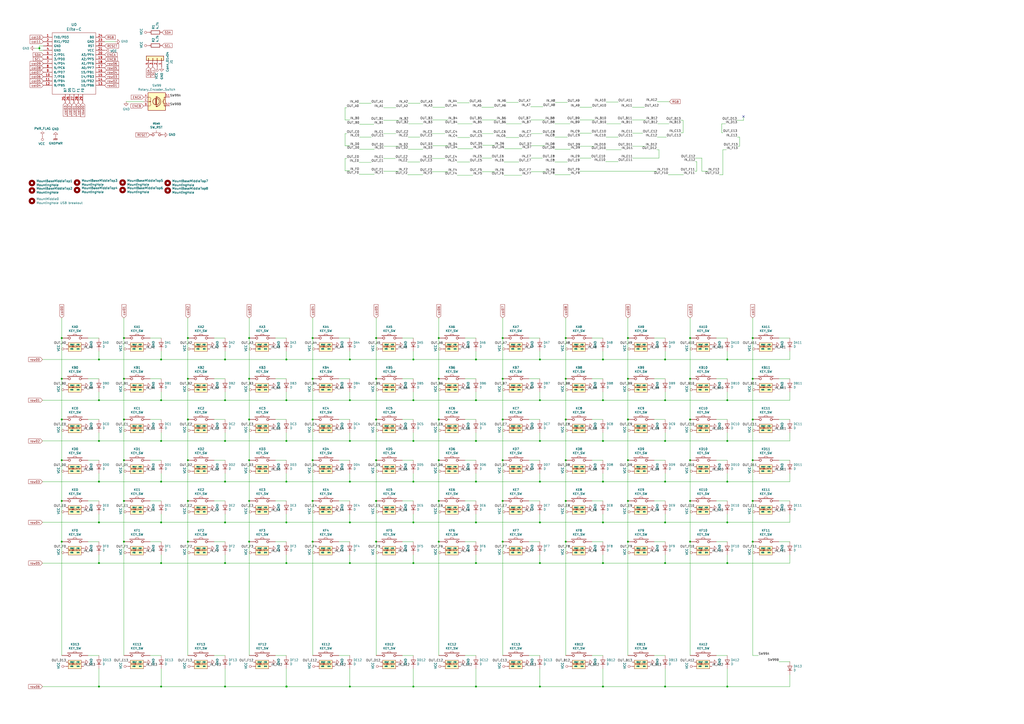
<source format=kicad_sch>
(kicad_sch (version 20211123) (generator eeschema)
  (paper "A2")
  (junction (at 181.356 314.198))
  (junction (at 202.946 208.534))
  (junction (at 181.356 219.71))
  (junction (at 276.098 279.4))
  (junction (at 35.814 290.576))
  (junction (at 166.116 326.644))
  (junction (at 421.894 326.644))
  (junction (at 400.304 290.576))
  (junction (at 364.236 290.576))
  (junction (at 108.966 314.198))
  (junction (at 166.116 232.156))
  (junction (at 93.472 303.022))
  (junction (at 35.814 196.088))
  (junction (at 385.826 232.156))
  (junction (at 364.236 243.332))
  (junction (at 202.946 326.644))
  (junction (at 328.168 290.576))
  (junction (at 421.894 208.534))
  (junction (at 291.592 196.088))
  (junction (at 364.236 314.198))
  (junction (at 364.236 266.954))
  (junction (at 349.758 232.156))
  (junction (at 130.556 279.4))
  (junction (at 313.182 255.778))
  (junction (at 254.508 266.954))
  (junction (at 181.356 290.576))
  (junction (at 181.356 196.088))
  (junction (at 218.186 290.576))
  (junction (at 57.404 398.272))
  (junction (at 108.966 266.954))
  (junction (at 349.758 255.778))
  (junction (at 239.776 232.156))
  (junction (at 291.592 266.954))
  (junction (at 328.168 314.198))
  (junction (at 400.304 196.088))
  (junction (at 57.404 232.156))
  (junction (at 313.182 398.272))
  (junction (at 276.098 208.534))
  (junction (at 218.186 196.088))
  (junction (at 436.626 266.954))
  (junction (at 254.508 290.576))
  (junction (at 421.894 279.4))
  (junction (at 71.882 243.332))
  (junction (at 71.882 290.576))
  (junction (at 71.882 314.198))
  (junction (at 328.168 266.954))
  (junction (at 349.758 303.022))
  (junction (at 144.526 266.954))
  (junction (at 239.776 326.644))
  (junction (at 71.882 196.088))
  (junction (at 35.814 243.332))
  (junction (at 166.116 398.272))
  (junction (at 218.186 243.332))
  (junction (at 400.304 219.71))
  (junction (at 254.508 219.71))
  (junction (at 35.814 314.198))
  (junction (at 108.966 290.576))
  (junction (at 239.776 255.778))
  (junction (at 436.626 290.576))
  (junction (at 181.356 266.954))
  (junction (at 276.098 255.778))
  (junction (at 71.882 219.71))
  (junction (at 130.556 303.022))
  (junction (at 108.966 219.71))
  (junction (at 436.626 196.088))
  (junction (at 202.946 255.778))
  (junction (at 71.882 266.954))
  (junction (at 35.814 219.71))
  (junction (at 239.776 303.022))
  (junction (at 400.304 243.332))
  (junction (at 166.116 255.778))
  (junction (at 385.826 208.534))
  (junction (at 218.186 314.198))
  (junction (at 276.098 326.644))
  (junction (at 57.404 326.644))
  (junction (at 93.472 232.156))
  (junction (at 313.182 232.156))
  (junction (at 144.526 290.576))
  (junction (at 313.182 303.022))
  (junction (at 93.472 398.272))
  (junction (at 202.946 279.4))
  (junction (at 130.556 326.644))
  (junction (at 364.236 196.088))
  (junction (at 166.116 303.022))
  (junction (at 328.168 196.088))
  (junction (at 166.116 208.534))
  (junction (at 328.168 219.71))
  (junction (at 313.182 326.644))
  (junction (at 276.098 398.272))
  (junction (at 349.758 279.4))
  (junction (at 181.356 243.332))
  (junction (at 144.526 196.088))
  (junction (at 239.776 398.272))
  (junction (at 436.626 243.332))
  (junction (at 144.526 219.71))
  (junction (at 57.404 255.778))
  (junction (at 254.508 196.088))
  (junction (at 400.304 314.198))
  (junction (at 144.526 243.332))
  (junction (at 93.472 255.778))
  (junction (at 291.592 290.576))
  (junction (at 108.966 196.088))
  (junction (at 276.098 303.022))
  (junction (at 436.626 219.71))
  (junction (at 57.404 303.022))
  (junction (at 313.182 279.4))
  (junction (at 385.826 303.022))
  (junction (at 202.946 303.022))
  (junction (at 130.556 398.272))
  (junction (at 22.86 27.94))
  (junction (at 202.946 398.272))
  (junction (at 385.826 326.644))
  (junction (at 93.472 279.4))
  (junction (at 166.116 279.4))
  (junction (at 313.182 208.534))
  (junction (at 254.508 243.332))
  (junction (at 349.758 326.644))
  (junction (at 218.186 219.71))
  (junction (at 291.592 314.198))
  (junction (at 218.186 266.954))
  (junction (at 239.776 279.4))
  (junction (at 349.758 398.272))
  (junction (at 291.592 219.71))
  (junction (at 239.776 208.534))
  (junction (at 276.098 232.156))
  (junction (at 254.508 314.198))
  (junction (at 130.556 232.156))
  (junction (at 421.894 255.778))
  (junction (at 93.472 326.644))
  (junction (at 421.894 398.272))
  (junction (at 385.826 255.778))
  (junction (at 57.404 208.534))
  (junction (at 328.168 243.332))
  (junction (at 349.758 208.534))
  (junction (at 291.592 243.332))
  (junction (at 385.826 279.4))
  (junction (at 144.526 314.198))
  (junction (at 202.946 232.156))
  (junction (at 364.236 219.71))
  (junction (at 421.894 232.156))
  (junction (at 35.814 266.954))
  (junction (at 385.826 398.272))
  (junction (at 421.894 303.022))
  (junction (at 130.556 255.778))
  (junction (at 166.243 398.272))
  (junction (at 108.966 243.332))
  (junction (at 400.304 266.954))
  (junction (at 130.556 208.534))
  (junction (at 57.404 279.4))
  (junction (at 93.472 208.534))
  (junction (at 436.626 314.198))
  (no_connect (at 431.292 67.564))
  (wire (pts (xy 291.592 243.332) (xy 291.592 266.954)))
  (wire (pts (xy 73.152 58.928) (xy 83.312 58.928)))
  (wire (pts (xy 351.536 86.868) (xy 360.426 86.868)))
  (wire (pts (xy 57.404 203.708) (xy 57.404 208.534)))
  (wire (pts (xy 93.472 298.196) (xy 93.472 303.022)))
  (wire (pts (xy 313.182 398.272) (xy 349.758 398.272)))
  (wire (pts (xy 144.526 184.404) (xy 144.526 196.088)))
  (wire (pts (xy 22.86 29.21) (xy 25.146 29.21)))
  (wire (pts (xy 458.216 250.952) (xy 458.216 255.778)))
  (wire (pts (xy 215.392 59.944) (xy 208.28 59.944)))
  (wire (pts (xy 313.182 387.858) (xy 313.182 398.272)))
  (wire (pts (xy 181.356 184.404) (xy 181.356 196.088)))
  (wire (pts (xy 308.356 84.582) (xy 316.23 84.582)))
  (wire (pts (xy 218.186 184.404) (xy 218.186 196.088)))
  (wire (pts (xy 279.654 91.694) (xy 285.242 91.694)))
  (wire (pts (xy 321.818 93.98) (xy 329.184 93.98)))
  (wire (pts (xy 60.706 24.13) (xy 66.929 24.13)))
  (wire (pts (xy 130.556 255.778) (xy 166.116 255.778)))
  (wire (pts (xy 385.826 298.196) (xy 385.826 303.022)))
  (wire (pts (xy 400.304 266.954) (xy 400.304 290.576)))
  (wire (pts (xy 208.534 79.502) (xy 215.392 79.502)))
  (wire (pts (xy 279.654 99.568) (xy 287.02 99.568)))
  (wire (pts (xy 181.356 290.576) (xy 181.356 314.198)))
  (wire (pts (xy 218.186 266.954) (xy 218.186 290.576)))
  (wire (pts (xy 218.186 196.088) (xy 218.186 219.71)))
  (wire (pts (xy 159.766 314.198) (xy 166.116 314.198)))
  (wire (pts (xy 35.814 266.954) (xy 35.814 290.576)))
  (wire (pts (xy 201.168 62.484) (xy 200.152 62.484)))
  (wire (pts (xy 291.592 219.71) (xy 291.592 243.332)))
  (wire (pts (xy 233.426 243.332) (xy 239.776 243.332)))
  (wire (pts (xy 236.728 86.614) (xy 245.364 86.614)))
  (wire (pts (xy 385.826 232.156) (xy 349.758 232.156)))
  (wire (pts (xy 144.526 243.332) (xy 144.526 266.954)))
  (wire (pts (xy 144.526 290.576) (xy 144.526 314.198)))
  (wire (pts (xy 276.098 326.644) (xy 239.776 326.644)))
  (wire (pts (xy 254.508 290.576) (xy 254.508 314.198)))
  (wire (pts (xy 108.966 184.404) (xy 108.966 196.088)))
  (wire (pts (xy 292.354 93.98) (xy 300.99 93.98)))
  (wire (pts (xy 239.776 232.156) (xy 202.946 232.156)))
  (wire (pts (xy 321.818 101.346) (xy 330.962 101.346)))
  (wire (pts (xy 130.556 326.644) (xy 93.472 326.644)))
  (wire (pts (xy 349.758 203.708) (xy 349.758 208.534)))
  (wire (pts (xy 306.832 314.198) (xy 313.182 314.198)))
  (wire (pts (xy 336.296 91.694) (xy 342.9 91.694)))
  (wire (pts (xy 404.114 93.726) (xy 403.352 93.726)))
  (wire (pts (xy 108.966 219.71) (xy 108.966 243.332)))
  (wire (pts (xy 57.404 227.33) (xy 57.404 232.156)))
  (wire (pts (xy 308.102 99.568) (xy 316.484 99.568)))
  (wire (pts (xy 239.776 326.644) (xy 202.946 326.644)))
  (wire (pts (xy 364.236 196.088) (xy 364.236 219.71)))
  (wire (pts (xy 93.472 398.272) (xy 130.556 398.272)))
  (wire (pts (xy 291.592 290.576) (xy 291.592 314.198)))
  (wire (pts (xy 233.426 314.198) (xy 239.776 314.198)))
  (wire (pts (xy 313.182 203.708) (xy 313.182 208.534)))
  (wire (pts (xy 130.556 208.534) (xy 166.116 208.534)))
  (wire (pts (xy 407.162 99.314) (xy 410.718 99.314)))
  (wire (pts (xy 233.426 219.71) (xy 239.776 219.71)))
  (wire (pts (xy 202.946 279.4) (xy 166.116 279.4)))
  (wire (pts (xy 415.544 266.954) (xy 421.894 266.954)))
  (wire (pts (xy 328.168 196.088) (xy 328.168 219.71)))
  (wire (pts (xy 93.472 303.022) (xy 130.556 303.022)))
  (wire (pts (xy 87.122 380.238) (xy 93.472 380.238)))
  (wire (pts (xy 343.408 266.954) (xy 349.758 266.954)))
  (wire (pts (xy 108.966 266.954) (xy 108.966 290.576)))
  (wire (pts (xy 313.182 326.644) (xy 276.098 326.644)))
  (wire (pts (xy 254.508 184.404) (xy 254.508 196.088)))
  (wire (pts (xy 57.404 303.022) (xy 93.472 303.022)))
  (wire (pts (xy 349.758 398.272) (xy 385.826 398.272)))
  (wire (pts (xy 233.426 196.088) (xy 239.776 196.088)))
  (wire (pts (xy 418.592 76.962) (xy 418.592 71.882)))
  (wire (pts (xy 200.152 84.582) (xy 202.946 84.582)))
  (wire (pts (xy 313.182 279.4) (xy 276.098 279.4)))
  (wire (pts (xy 71.882 266.954) (xy 71.882 290.576)))
  (wire (pts (xy 276.098 274.574) (xy 276.098 279.4)))
  (wire (pts (xy 144.526 266.954) (xy 144.526 290.576)))
  (wire (pts (xy 144.526 314.198) (xy 144.526 380.238)))
  (wire (pts (xy 93.472 250.952) (xy 93.472 255.778)))
  (wire (pts (xy 108.966 314.198) (xy 108.966 380.238)))
  (wire (pts (xy 349.758 279.4) (xy 313.182 279.4)))
  (wire (pts (xy 218.186 290.576) (xy 218.186 314.198)))
  (wire (pts (xy 239.776 208.534) (xy 276.098 208.534)))
  (wire (pts (xy 130.556 298.196) (xy 130.556 303.022)))
  (wire (pts (xy 208.534 86.614) (xy 217.17 86.614)))
  (wire (pts (xy 166.116 321.818) (xy 166.116 326.644)))
  (wire (pts (xy 451.866 383.794) (xy 458.216 383.794)))
  (wire (pts (xy 292.608 86.36) (xy 302.768 86.36)))
  (wire (pts (xy 451.866 196.088) (xy 458.216 196.088)))
  (wire (pts (xy 276.098 398.272) (xy 313.182 398.272)))
  (wire (pts (xy 364.236 243.332) (xy 364.236 266.954)))
  (wire (pts (xy 202.946 274.574) (xy 202.946 279.4)))
  (wire (pts (xy 130.556 227.33) (xy 130.556 232.156)))
  (wire (pts (xy 451.866 266.954) (xy 458.216 266.954)))
  (wire (pts (xy 71.882 290.576) (xy 71.882 314.198)))
  (wire (pts (xy 51.054 380.238) (xy 57.404 380.238)))
  (wire (pts (xy 130.556 274.574) (xy 130.556 279.4)))
  (wire (pts (xy 421.894 274.574) (xy 421.894 279.4)))
  (wire (pts (xy 202.946 321.818) (xy 202.946 326.644)))
  (wire (pts (xy 336.296 77.216) (xy 343.154 77.216)))
  (wire (pts (xy 196.596 380.238) (xy 202.946 380.238)))
  (wire (pts (xy 22.86 27.94) (xy 22.86 29.21)))
  (wire (pts (xy 124.206 196.088) (xy 130.556 196.088)))
  (wire (pts (xy 385.826 326.644) (xy 349.758 326.644)))
  (wire (pts (xy 349.758 387.858) (xy 349.758 398.272)))
  (wire (pts (xy 276.098 208.534) (xy 313.182 208.534)))
  (wire (pts (xy 439.928 380.238) (xy 436.626 380.238)))
  (wire (pts (xy 130.556 279.4) (xy 93.472 279.4)))
  (wire (pts (xy 379.476 219.71) (xy 385.826 219.71)))
  (wire (pts (xy 239.776 255.778) (xy 276.098 255.778)))
  (wire (pts (xy 366.776 69.596) (xy 374.65 69.596)))
  (wire (pts (xy 291.592 196.088) (xy 291.592 219.71)))
  (wire (pts (xy 349.758 326.644) (xy 313.182 326.644)))
  (wire (pts (xy 458.216 298.196) (xy 458.216 303.022)))
  (wire (pts (xy 265.43 71.882) (xy 274.066 71.882)))
  (wire (pts (xy 421.894 255.778) (xy 458.216 255.778)))
  (wire (pts (xy 159.766 196.088) (xy 166.116 196.088)))
  (wire (pts (xy 250.698 91.948) (xy 258.064 91.948)))
  (wire (pts (xy 276.098 227.33) (xy 276.098 232.156)))
  (wire (pts (xy 419.354 76.962) (xy 418.592 76.962)))
  (wire (pts (xy 429.006 79.502) (xy 427.736 79.502)))
  (wire (pts (xy 349.758 208.534) (xy 385.826 208.534)))
  (wire (pts (xy 276.098 298.196) (xy 276.098 303.022)))
  (wire (pts (xy 269.748 380.238) (xy 276.098 380.238)))
  (wire (pts (xy 218.186 243.332) (xy 218.186 266.954)))
  (wire (pts (xy 421.894 387.858) (xy 421.894 398.272)))
  (wire (pts (xy 208.28 94.234) (xy 215.392 94.234)))
  (wire (pts (xy 233.426 290.576) (xy 239.776 290.576)))
  (wire (pts (xy 385.826 255.778) (xy 421.894 255.778)))
  (wire (pts (xy 181.356 314.198) (xy 181.356 380.238)))
  (wire (pts (xy 166.116 208.534) (xy 202.946 208.534)))
  (wire (pts (xy 222.504 99.314) (xy 231.14 99.314)))
  (wire (pts (xy 400.304 243.332) (xy 400.304 266.954)))
  (wire (pts (xy 291.592 266.954) (xy 291.592 290.576)))
  (wire (pts (xy 181.356 196.088) (xy 181.356 219.71)))
  (wire (pts (xy 51.054 314.198) (xy 57.404 314.198)))
  (wire (pts (xy 400.304 196.088) (xy 400.304 219.71)))
  (wire (pts (xy 166.243 398.272) (xy 202.946 398.272)))
  (wire (pts (xy 57.404 321.818) (xy 57.404 326.644)))
  (wire (pts (xy 421.894 279.4) (xy 385.826 279.4)))
  (wire (pts (xy 328.168 290.576) (xy 328.168 314.198)))
  (wire (pts (xy 239.776 303.022) (xy 276.098 303.022)))
  (wire (pts (xy 71.882 314.198) (xy 71.882 380.238)))
  (wire (pts (xy 239.776 274.574) (xy 239.776 279.4)))
  (wire (pts (xy 22.86 26.67) (xy 22.86 27.94)))
  (wire (pts (xy 93.472 203.708) (xy 93.472 208.534)))
  (wire (pts (xy 87.122 243.332) (xy 93.472 243.332)))
  (wire (pts (xy 388.366 58.928) (xy 381.254 58.928)))
  (wire (pts (xy 202.946 208.534) (xy 239.776 208.534)))
  (wire (pts (xy 367.03 77.216) (xy 372.872 77.216)))
  (wire (pts (xy 328.168 266.954) (xy 328.168 290.576)))
  (wire (pts (xy 200.152 62.484) (xy 200.152 69.596)))
  (wire (pts (xy 419.354 86.868) (xy 421.386 86.868)))
  (wire (pts (xy 308.102 91.694) (xy 314.706 91.694)))
  (wire (pts (xy 218.186 219.71) (xy 218.186 243.332)))
  (wire (pts (xy 293.37 79.756) (xy 300.99 79.756)))
  (wire (pts (xy 306.832 219.71) (xy 313.182 219.71)))
  (wire (pts (xy 343.408 243.332) (xy 349.758 243.332)))
  (wire (pts (xy 321.818 71.882) (xy 330.708 71.882)))
  (wire (pts (xy 364.236 184.404) (xy 364.236 196.088)))
  (wire (pts (xy 336.296 69.596) (xy 344.932 69.596)))
  (wire (pts (xy 166.116 227.33) (xy 166.116 232.156)))
  (wire (pts (xy 421.894 321.818) (xy 421.894 326.644)))
  (wire (pts (xy 431.292 69.85) (xy 431.292 67.564)))
  (wire (pts (xy 124.206 219.71) (xy 130.556 219.71)))
  (wire (pts (xy 328.168 314.198) (xy 328.168 380.238)))
  (wire (pts (xy 436.626 184.404) (xy 436.626 196.088)))
  (wire (pts (xy 381.254 79.502) (xy 386.588 79.502)))
  (wire (pts (xy 269.748 196.088) (xy 276.098 196.088)))
  (wire (pts (xy 236.474 101.346) (xy 245.364 101.346)))
  (wire (pts (xy 222.504 91.948) (xy 229.362 91.948)))
  (wire (pts (xy 364.236 219.71) (xy 364.236 243.332)))
  (wire (pts (xy 364.236 266.954) (xy 364.236 290.576)))
  (wire (pts (xy 373.888 62.23) (xy 366.776 62.23)))
  (wire (pts (xy 250.952 84.582) (xy 259.842 84.582)))
  (wire (pts (xy 159.766 266.954) (xy 166.116 266.954)))
  (wire (pts (xy 403.352 91.694) (xy 407.162 91.694)))
  (wire (pts (xy 159.766 380.238) (xy 166.116 380.238)))
  (wire (pts (xy 358.648 59.182) (xy 351.536 59.182)))
  (wire (pts (xy 306.832 290.576) (xy 313.182 290.576)))
  (wire (pts (xy 93.472 321.818) (xy 93.472 326.644)))
  (wire (pts (xy 222.758 84.836) (xy 231.14 84.836)))
  (wire (pts (xy 385.826 203.708) (xy 385.826 208.534)))
  (wire (pts (xy 130.556 303.022) (xy 166.116 303.022)))
  (wire (pts (xy 379.476 314.198) (xy 385.826 314.198)))
  (wire (pts (xy 57.404 274.574) (xy 57.404 279.4)))
  (wire (pts (xy 313.182 227.33) (xy 313.182 232.156)))
  (wire (pts (xy 57.404 255.778) (xy 93.472 255.778)))
  (wire (pts (xy 343.408 380.238) (xy 349.758 380.238)))
  (wire (pts (xy 202.946 387.858) (xy 202.946 398.272)))
  (wire (pts (xy 87.122 219.71) (xy 93.472 219.71)))
  (wire (pts (xy 321.818 86.614) (xy 330.962 86.614)))
  (wire (pts (xy 87.122 314.198) (xy 93.472 314.198)))
  (wire (pts (xy 57.404 298.196) (xy 57.404 303.022)))
  (wire (pts (xy 421.894 398.272) (xy 458.216 398.272)))
  (wire (pts (xy 254.508 314.198) (xy 254.508 380.238)))
  (wire (pts (xy 381 86.868) (xy 382.27 86.868)))
  (wire (pts (xy 202.946 298.196) (xy 202.946 303.022)))
  (wire (pts (xy 265.43 86.36) (xy 274.32 86.36)))
  (wire (pts (xy 419.354 101.346) (xy 419.354 86.868)))
  (wire (pts (xy 196.596 314.198) (xy 202.946 314.198)))
  (wire (pts (xy 458.216 203.708) (xy 458.216 208.534)))
  (wire (pts (xy 276.098 387.858) (xy 276.098 398.272)))
  (wire (pts (xy 451.866 243.332) (xy 458.216 243.332)))
  (wire (pts (xy 254.508 196.088) (xy 254.508 219.71)))
  (wire (pts (xy 236.728 79.502) (xy 243.586 79.502)))
  (wire (pts (xy 415.544 380.238) (xy 421.894 380.238)))
  (wire (pts (xy 201.168 91.948) (xy 200.152 91.948)))
  (wire (pts (xy 208.534 72.136) (xy 216.916 72.136)))
  (wire (pts (xy 313.182 303.022) (xy 349.758 303.022)))
  (wire (pts (xy 451.866 314.198) (xy 458.216 314.198)))
  (wire (pts (xy 236.982 71.882) (xy 245.364 71.882)))
  (wire (pts (xy 349.758 274.574) (xy 349.758 279.4)))
  (wire (pts (xy 202.946 232.156) (xy 166.116 232.156)))
  (wire (pts (xy 306.832 243.332) (xy 313.182 243.332)))
  (wire (pts (xy 336.296 99.314) (xy 381 99.314)))
  (wire (pts (xy 196.596 196.088) (xy 202.946 196.088)))
  (wire (pts (xy 272.288 59.69) (xy 265.176 59.69)))
  (wire (pts (xy 130.556 250.952) (xy 130.556 255.778)))
  (wire (pts (xy 276.098 321.818) (xy 276.098 326.644)))
  (wire (pts (xy 458.216 227.33) (xy 458.216 232.156)))
  (wire (pts (xy 239.776 321.818) (xy 239.776 326.644)))
  (wire (pts (xy 93.472 274.574) (xy 93.472 279.4)))
  (wire (pts (xy 351.79 71.882) (xy 360.172 71.882)))
  (wire (pts (xy 385.826 274.574) (xy 385.826 279.4)))
  (wire (pts (xy 57.404 232.156) (xy 24.638 232.156)))
  (wire (pts (xy 421.894 250.952) (xy 421.894 255.778)))
  (wire (pts (xy 166.116 398.272) (xy 166.243 398.272)))
  (wire (pts (xy 243.84 59.944) (xy 236.728 59.944)))
  (wire (pts (xy 93.472 387.858) (xy 93.472 398.272)))
  (wire (pts (xy 328.168 219.71) (xy 328.168 243.332)))
  (wire (pts (xy 57.404 387.858) (xy 57.404 398.272)))
  (wire (pts (xy 385.826 398.272) (xy 421.894 398.272)))
  (wire (pts (xy 291.592 314.198) (xy 291.592 380.238)))
  (wire (pts (xy 349.758 227.33) (xy 349.758 232.156)))
  (wire (pts (xy 427.99 84.836) (xy 429.006 84.836)))
  (wire (pts (xy 400.304 314.198) (xy 400.304 380.238)))
  (wire (pts (xy 71.882 243.332) (xy 71.882 266.954)))
  (wire (pts (xy 239.776 279.4) (xy 202.946 279.4)))
  (wire (pts (xy 233.426 380.238) (xy 239.776 380.238)))
  (wire (pts (xy 436.626 243.332) (xy 436.626 266.954)))
  (wire (pts (xy 394.97 69.85) (xy 396.24 69.85)))
  (wire (pts (xy 396.24 76.962) (xy 394.97 76.962)))
  (wire (pts (xy 196.596 243.332) (xy 202.946 243.332)))
  (wire (pts (xy 124.206 314.198) (xy 130.556 314.198)))
  (wire (pts (xy 200.152 99.06) (xy 202.946 99.06)))
  (wire (pts (xy 351.536 79.502) (xy 358.648 79.502)))
  (wire (pts (xy 57.404 208.534) (xy 93.472 208.534)))
  (wire (pts (xy 458.216 232.156) (xy 421.894 232.156)))
  (wire (pts (xy 313.182 250.952) (xy 313.182 255.778)))
  (wire (pts (xy 57.404 279.4) (xy 24.638 279.4)))
  (wire (pts (xy 57.404 208.534) (xy 24.638 208.534)))
  (wire (pts (xy 276.098 279.4) (xy 239.776 279.4)))
  (wire (pts (xy 35.814 196.088) (xy 35.814 219.71)))
  (wire (pts (xy 265.176 93.98) (xy 272.542 93.98)))
  (wire (pts (xy 166.116 387.858) (xy 166.116 398.272)))
  (wire (pts (xy 200.152 91.948) (xy 200.152 99.06)))
  (wire (pts (xy 300.736 59.436) (xy 293.624 59.436)))
  (wire (pts (xy 93.472 279.4) (xy 57.404 279.4)))
  (wire (pts (xy 159.766 219.71) (xy 166.116 219.71)))
  (wire (pts (xy 276.098 303.022) (xy 313.182 303.022)))
  (wire (pts (xy 35.814 184.404) (xy 35.814 196.088)))
  (wire (pts (xy 218.186 314.198) (xy 218.186 380.238)))
  (wire (pts (xy 436.626 219.71) (xy 436.626 243.332)))
  (wire (pts (xy 436.626 266.954) (xy 436.626 290.576)))
  (wire (pts (xy 93.472 255.778) (xy 130.556 255.778)))
  (wire (pts (xy 343.408 314.198) (xy 349.758 314.198)))
  (wire (pts (xy 436.626 290.576) (xy 436.626 314.198)))
  (wire (pts (xy 328.168 243.332) (xy 328.168 266.954)))
  (wire (pts (xy 385.826 387.858) (xy 385.826 398.272)))
  (wire (pts (xy 421.894 227.33) (xy 421.894 232.156)))
  (wire (pts (xy 458.216 279.4) (xy 421.894 279.4)))
  (wire (pts (xy 279.908 84.328) (xy 287.02 84.328)))
  (wire (pts (xy 239.776 250.952) (xy 239.776 255.778)))
  (wire (pts (xy 421.894 208.534) (xy 458.216 208.534)))
  (wire (pts (xy 349.758 298.196) (xy 349.758 303.022)))
  (wire (pts (xy 233.426 266.954) (xy 239.776 266.954)))
  (wire (pts (xy 400.304 219.71) (xy 400.304 243.332)))
  (wire (pts (xy 87.122 266.954) (xy 93.472 266.954)))
  (wire (pts (xy 407.162 91.694) (xy 407.162 99.314)))
  (wire (pts (xy 336.55 84.836) (xy 344.678 84.836)))
  (wire (pts (xy 71.882 196.088) (xy 71.882 219.71)))
  (wire (pts (xy 400.304 184.404) (xy 400.304 196.088)))
  (wire (pts (xy 343.408 62.23) (xy 336.296 62.23)))
  (wire (pts (xy 144.526 196.088) (xy 144.526 219.71)))
  (wire (pts (xy 286.512 62.23) (xy 279.4 62.23)))
  (wire (pts (xy 385.826 208.534) (xy 421.894 208.534)))
  (wire (pts (xy 51.054 219.71) (xy 57.404 219.71)))
  (wire (pts (xy 379.476 243.332) (xy 385.826 243.332)))
  (wire (pts (xy 87.122 196.088) (xy 93.472 196.088)))
  (wire (pts (xy 130.556 321.818) (xy 130.556 326.644)))
  (wire (pts (xy 343.408 219.71) (xy 349.758 219.71)))
  (wire (pts (xy 25.146 26.67) (xy 22.86 26.67)))
  (wire (pts (xy 313.182 274.574) (xy 313.182 279.4)))
  (wire (pts (xy 415.544 243.332) (xy 421.894 243.332)))
  (wire (pts (xy 313.182 321.818) (xy 313.182 326.644)))
  (wire (pts (xy 276.098 232.156) (xy 239.776 232.156)))
  (wire (pts (xy 124.206 243.332) (xy 130.556 243.332)))
  (wire (pts (xy 51.054 243.332) (xy 57.404 243.332)))
  (wire (pts (xy 415.544 314.198) (xy 421.894 314.198)))
  (wire (pts (xy 239.776 398.272) (xy 276.098 398.272)))
  (wire (pts (xy 451.866 219.71) (xy 458.216 219.71)))
  (wire (pts (xy 307.848 69.596) (xy 316.23 69.596)))
  (wire (pts (xy 279.654 77.47) (xy 286.258 77.47)))
  (wire (pts (xy 200.152 77.47) (xy 200.152 84.582)))
  (wire (pts (xy 130.556 387.858) (xy 130.556 398.272)))
  (wire (pts (xy 367.03 91.694) (xy 382.27 91.694)))
  (wire (pts (xy 254.508 219.71) (xy 254.508 243.332)))
  (wire (pts (xy 200.152 69.596) (xy 202.946 69.596)))
  (wire (pts (xy 265.43 79.756) (xy 272.542 79.756)))
  (wire (pts (xy 108.966 290.576) (xy 108.966 314.198)))
  (wire (pts (xy 208.28 101.092) (xy 217.17 101.092)))
  (wire (pts (xy 239.776 227.33) (xy 239.776 232.156)))
  (wire (pts (xy 313.182 232.156) (xy 276.098 232.156)))
  (wire (pts (xy 293.624 71.882) (xy 302.514 71.882)))
  (wire (pts (xy 382.27 86.868) (xy 382.27 91.694)))
  (wire (pts (xy 93.472 227.33) (xy 93.472 232.156)))
  (wire (pts (xy 403.098 99.314) (xy 404.114 99.314)))
  (wire (pts (xy 313.182 208.534) (xy 349.758 208.534)))
  (wire (pts (xy 313.182 298.196) (xy 313.182 303.022)))
  (wire (pts (xy 57.404 255.778) (xy 24.638 255.778)))
  (wire (pts (xy 306.832 380.238) (xy 313.182 380.238)))
  (wire (pts (xy 351.282 93.726) (xy 358.648 93.726)))
  (wire (pts (xy 306.832 266.954) (xy 313.182 266.954)))
  (wire (pts (xy 57.404 326.644) (xy 24.638 326.644)))
  (wire (pts (xy 181.356 243.332) (xy 181.356 266.954)))
  (wire (pts (xy 306.832 196.088) (xy 313.182 196.088)))
  (wire (pts (xy 367.03 84.836) (xy 374.396 84.836)))
  (wire (pts (xy 385.826 227.33) (xy 385.826 232.156)))
  (wire (pts (xy 250.698 99.568) (xy 259.842 99.568)))
  (wire (pts (xy 51.054 196.088) (xy 57.404 196.088)))
  (wire (pts (xy 124.206 290.576) (xy 130.556 290.576)))
  (wire (pts (xy 415.544 219.71) (xy 421.894 219.71)))
  (wire (pts (xy 166.116 203.708) (xy 166.116 208.534)))
  (wire (pts (xy 387.604 101.346) (xy 396.494 101.346)))
  (wire (pts (xy 166.116 250.952) (xy 166.116 255.778)))
  (wire (pts (xy 202.946 398.272) (xy 239.776 398.272)))
  (wire (pts (xy 314.96 61.976) (xy 307.848 61.976)))
  (wire (pts (xy 166.116 303.022) (xy 202.946 303.022)))
  (wire (pts (xy 349.758 255.778) (xy 385.826 255.778)))
  (wire (pts (xy 51.054 290.576) (xy 57.404 290.576)))
  (wire (pts (xy 202.946 326.644) (xy 166.116 326.644)))
  (wire (pts (xy 250.952 69.596) (xy 259.842 69.596)))
  (wire (pts (xy 458.216 326.644) (xy 421.894 326.644)))
  (wire (pts (xy 93.472 326.644) (xy 57.404 326.644)))
  (wire (pts (xy 313.182 255.778) (xy 349.758 255.778)))
  (wire (pts (xy 57.404 250.952) (xy 57.404 255.778)))
  (wire (pts (xy 239.776 298.196) (xy 239.776 303.022)))
  (wire (pts (xy 35.814 314.198) (xy 35.814 380.238)))
  (wire (pts (xy 451.866 290.576) (xy 458.216 290.576)))
  (wire (pts (xy 166.116 279.4) (xy 130.556 279.4)))
  (wire (pts (xy 385.826 250.952) (xy 385.826 255.778)))
  (wire (pts (xy 202.946 203.708) (xy 202.946 208.534)))
  (wire (pts (xy 57.404 398.272) (xy 93.472 398.272)))
  (wire (pts (xy 291.592 184.404) (xy 291.592 196.088)))
  (wire (pts (xy 421.894 298.196) (xy 421.894 303.022)))
  (wire (pts (xy 276.098 203.708) (xy 276.098 208.534)))
  (wire (pts (xy 201.168 77.47) (xy 200.152 77.47)))
  (wire (pts (xy 364.236 290.576) (xy 364.236 314.198)))
  (wire (pts (xy 93.472 232.156) (xy 57.404 232.156)))
  (wire (pts (xy 166.116 326.644) (xy 130.556 326.644)))
  (wire (pts (xy 292.354 101.6) (xy 302.768 101.6)))
  (wire (pts (xy 269.748 243.332) (xy 276.098 243.332)))
  (wire (pts (xy 415.544 196.088) (xy 421.894 196.088)))
  (wire (pts (xy 269.748 219.71) (xy 276.098 219.71)))
  (wire (pts (xy 379.476 266.954) (xy 385.826 266.954)))
  (wire (pts (xy 24.638 398.272) (xy 57.404 398.272)))
  (wire (pts (xy 415.544 290.576) (xy 421.894 290.576)))
  (wire (pts (xy 329.184 59.436) (xy 322.072 59.436)))
  (wire (pts (xy 276.098 255.778) (xy 313.182 255.778)))
  (wire (pts (xy 396.24 69.85) (xy 396.24 76.962)))
  (wire (pts (xy 202.946 227.33) (xy 202.946 232.156)))
  (wire (pts (xy 144.526 219.71) (xy 144.526 243.332)))
  (wire (pts (xy 51.054 266.954) (xy 57.404 266.954)))
  (wire (pts (xy 343.408 290.576) (xy 349.758 290.576)))
  (wire (pts (xy 71.882 219.71) (xy 71.882 243.332)))
  (wire (pts (xy 276.098 250.952) (xy 276.098 255.778)))
  (wire (pts (xy 181.356 219.71) (xy 181.356 243.332)))
  (wire (pts (xy 35.814 219.71) (xy 35.814 243.332)))
  (wire (pts (xy 349.758 321.818) (xy 349.758 326.644)))
  (wire (pts (xy 108.966 243.332) (xy 108.966 266.954)))
  (wire (pts (xy 130.556 232.156) (xy 93.472 232.156)))
  (wire (pts (xy 427.482 69.85) (xy 431.292 69.85)))
  (wire (pts (xy 196.596 266.954) (xy 202.946 266.954)))
  (wire (pts (xy 364.236 314.198) (xy 364.236 380.238)))
  (wire (pts (xy 417.322 101.346) (xy 419.354 101.346)))
  (wire (pts (xy 385.826 279.4) (xy 349.758 279.4)))
  (wire (pts (xy 124.206 380.238) (xy 130.556 380.238)))
  (wire (pts (xy 279.654 69.596) (xy 288.036 69.596)))
  (wire (pts (xy 458.216 321.818) (xy 458.216 326.644)))
  (wire (pts (xy 22.86 27.94) (xy 20.32 27.94)))
  (wire (pts (xy 385.826 321.818) (xy 385.826 326.644)))
  (wire (pts (xy 222.504 69.85) (xy 231.394 69.85)))
  (wire (pts (xy 57.404 303.022) (xy 24.638 303.022)))
  (wire (pts (xy 202.946 255.778) (xy 239.776 255.778)))
  (wire (pts (xy 108.966 196.088) (xy 108.966 219.71)))
  (wire (pts (xy 130.556 398.272) (xy 166.116 398.272)))
  (wire (pts (xy 458.216 398.272) (xy 458.216 391.414)))
  (wire (pts (xy 385.826 303.022) (xy 421.894 303.022)))
  (wire (pts (xy 202.946 250.952) (xy 202.946 255.778)))
  (wire (pts (xy 258.064 62.23) (xy 250.952 62.23)))
  (wire (pts (xy 229.616 62.484) (xy 222.504 62.484)))
  (wire (pts (xy 458.216 274.574) (xy 458.216 279.4)))
  (wire (pts (xy 343.408 196.088) (xy 349.758 196.088)))
  (wire (pts (xy 328.168 184.404) (xy 328.168 196.088)))
  (wire (pts (xy 87.122 290.576) (xy 93.472 290.576)))
  (wire (pts (xy 236.474 93.98) (xy 243.586 93.98)))
  (wire (pts (xy 159.766 290.576) (xy 166.116 290.576)))
  (wire (pts (xy 429.006 84.836) (xy 429.006 79.502)))
  (wire (pts (xy 166.116 255.778) (xy 202.946 255.778)))
  (wire (pts (xy 166.116 274.574) (xy 166.116 279.4)))
  (wire (pts (xy 379.476 290.576) (xy 385.826 290.576)))
  (wire (pts (xy 196.596 219.71) (xy 202.946 219.71)))
  (wire (pts (xy 418.592 71.882) (xy 420.878 71.882)))
  (wire (pts (xy 250.698 77.47) (xy 258.064 77.47)))
  (wire (pts (xy 308.102 77.47) (xy 314.706 77.47)))
  (wire (pts (xy 421.894 326.644) (xy 385.826 326.644)))
  (wire (pts (xy 196.596 290.576) (xy 202.946 290.576)))
  (wire (pts (xy 436.626 196.088) (xy 436.626 219.71)))
  (wire (pts (xy 93.472 208.534) (xy 130.556 208.534)))
  (wire (pts (xy 269.748 266.954) (xy 276.098 266.954)))
  (wire (pts (xy 239.776 387.858) (xy 239.776 398.272)))
  (wire (pts (xy 436.626 314.198) (xy 436.626 380.238)))
  (wire (pts (xy 222.504 77.47) (xy 229.616 77.47)))
  (wire (pts (xy 265.176 101.6) (xy 274.32 101.6)))
  (wire (pts (xy 349.758 250.952) (xy 349.758 255.778)))
  (wire (pts (xy 269.748 314.198) (xy 276.098 314.198)))
  (wire (pts (xy 71.882 184.404) (xy 71.882 196.088)))
  (wire (pts (xy 421.894 303.022) (xy 458.216 303.022)))
  (wire (pts (xy 159.766 243.332) (xy 166.116 243.332)))
  (wire (pts (xy 404.114 99.314) (xy 404.114 93.726)))
  (wire (pts (xy 166.116 232.156) (xy 130.556 232.156)))
  (wire (pts (xy 130.556 203.708) (xy 130.556 208.534)))
  (wire (pts (xy 421.894 232.156) (xy 385.826 232.156)))
  (wire (pts (xy 269.748 290.576) (xy 276.098 290.576)))
  (wire (pts (xy 379.476 380.238) (xy 385.826 380.238)))
  (wire (pts (xy 35.814 243.332) (xy 35.814 266.954)))
  (wire (pts (xy 254.508 243.332) (xy 254.508 266.954)))
  (wire (pts (xy 421.894 203.708) (xy 421.894 208.534)))
  (wire (pts (xy 321.818 79.502) (xy 329.184 79.502)))
  (wire (pts (xy 381.508 71.882) (xy 388.112 71.882)))
  (wire (pts (xy 166.116 298.196) (xy 166.116 303.022)))
  (wire (pts (xy 400.304 290.576) (xy 400.304 314.198)))
  (wire (pts (xy 181.356 266.954) (xy 181.356 290.576)))
  (wire (pts (xy 202.946 303.022) (xy 239.776 303.022)))
  (wire (pts (xy 379.476 196.088) (xy 385.826 196.088)))
  (wire (pts (xy 239.776 203.708) (xy 239.776 208.534)))
  (wire (pts (xy 349.758 232.156) (xy 313.182 232.156)))
  (wire (pts (xy 349.758 303.022) (xy 385.826 303.022)))
  (wire (pts (xy 35.814 290.576) (xy 35.814 314.198)))
  (wire (pts (xy 124.206 266.954) (xy 130.556 266.954)))
  (wire (pts (xy 254.508 266.954) (xy 254.508 290.576)))
  (label "IN_B3" (at 157.226 226.06 0))
  (label "OUT_D13" (at 427.482 69.85 180))
  (label "OUT_D12" (at 381 86.868 180))
  (label "IN_E3" (at 250.698 91.948 180))
  (label "OUT_A7" (at 294.132 199.898 180))
  (label "OUT_D11" (at 439.166 270.764 180))
  (label "IN_E5" (at 230.886 296.926 0))
  (label "OUT_D0" (at 208.534 86.614 180))
  (label "IN_D12" (at 230.886 386.588 0))
  (label "OUT_B9" (at 366.776 223.52 180))
  (label "IN_D1" (at 84.582 273.304 0))
  (label "OUT_E9" (at 329.184 93.98 0))
  (label "IN_B12" (at 340.868 386.588 0))
  (label "IN_D7" (at 302.768 86.36 0))
  (label "OUT_D7" (at 308.356 84.582 180))
  (label "OUT_E1" (at 74.422 294.386 180))
  (label "IN_A12" (at 413.004 386.588 0))
  (label "OUT_E5" (at 272.542 93.98 0))
  (label "IN_F12" (at 410.718 99.314 0))
  (label "OUT_C5" (at 220.726 247.142 180))
  (label "IN_C4" (at 194.056 249.682 0))
  (label "OUT_A2" (at 111.506 199.898 180))
  (label "IN_F6" (at 267.208 320.548 0))
  (label "IN_C6" (at 267.208 249.682 0))
  (label "IN_A9" (at 336.296 62.23 180))
  (label "OUT_A9" (at 366.776 199.898 180))
  (label "OUT_E6" (at 257.048 294.386 180))
  (label "OUT_D3" (at 147.066 270.764 180))
  (label "IN_B0" (at 202.946 69.596 0))
  (label "IN_F4" (at 194.056 320.548 0))
  (label "IN_F1" (at 217.17 101.092 0))
  (label "IN_D3" (at 157.226 273.304 0))
  (label "IN_F5" (at 230.886 320.548 0))
  (label "OUT_C8" (at 330.708 247.142 180))
  (label "OUT_C12" (at 257.048 384.048 180))
  (label "OUT_D4" (at 183.896 270.764 180))
  (label "OUT_F6" (at 257.048 318.008 180))
  (label "IN_C8" (at 340.868 249.682 0))
  (label "OUT_A12" (at 402.844 384.048 180))
  (label "OUT_D5" (at 220.726 270.764 180))
  (label "OUT_A10" (at 343.408 62.23 0))
  (label "IN_E11" (at 449.326 296.926 0))
  (label "IN_D4" (at 194.056 273.304 0))
  (label "OUT_C10" (at 343.154 77.216 0))
  (label "OUT_A0" (at 201.168 62.484 0))
  (label "OUT_E7" (at 294.132 294.386 180))
  (label "OUT_F3" (at 147.066 318.008 180))
  (label "IN_E7" (at 304.292 296.926 0))
  (label "OUT_E0" (at 38.354 294.386 180))
  (label "OUT_E0" (at 201.168 91.948 0))
  (label "OUT_A0" (at 38.354 199.898 180))
  (label "IN_A12" (at 381.254 58.928 180))
  (label "IN_A10" (at 413.004 202.438 0))
  (label "IN_F8" (at 316.484 99.568 0))
  (label "OUT_B10" (at 402.844 223.52 180))
  (label "IN_D11" (at 449.326 273.304 0))
  (label "OUT_B1" (at 222.504 69.85 180))
  (label "IN_B1" (at 84.582 226.06 0))
  (label "OUT_C7" (at 300.99 79.756 0))
  (label "IN_E0" (at 208.28 94.234 180))
  (label "IN_B11" (at 449.326 226.06 0))
  (label "OUT_B1" (at 74.422 223.52 180))
  (label "IN_A0" (at 208.28 59.944 180))
  (label "OUT_B10" (at 351.79 71.882 180))
  (label "IN_B6" (at 288.036 69.596 0))
  (label "OUT_F4" (at 183.896 318.008 180))
  (label "IN_B6" (at 267.208 226.06 0))
  (label "OUT_E8" (at 330.708 294.386 180))
  (label "IN_F4" (at 259.842 99.568 0))
  (label "IN_A7" (at 307.848 61.976 180))
  (label "IN_B2" (at 121.666 226.06 0))
  (label "IN_E7" (at 308.102 91.694 180))
  (label "OUT_C4" (at 258.064 77.47 0))
  (label "OUT_F8" (at 321.818 101.346 180))
  (label "IN_C5" (at 279.654 77.47 180))
  (label "IN_E6" (at 267.208 296.926 0))
  (label "IN_B13" (at 388.112 71.882 0))
  (label "IN_F11" (at 449.326 320.548 0))
  (label "IN_F12" (at 157.226 386.588 0))
  (label "OUT_E7" (at 300.99 93.98 0))
  (label "IN_B2" (at 231.394 69.85 0))
  (label "OUT_F2" (at 111.506 318.008 180))
  (label "OUT_D6" (at 257.048 270.764 180))
  (label "OUT_A4" (at 183.896 199.898 180))
  (label "OUT_D5" (at 279.908 84.328 180))
  (label "IN_D10" (at 413.004 273.304 0))
  (label "OUT_B12" (at 381.508 71.882 180))
  (label "IN_B10" (at 344.932 69.596 0))
  (label "OUT_F0" (at 38.354 318.008 180))
  (label "IN_C9" (at 376.936 249.682 0))
  (label "IN_F2" (at 121.666 320.548 0))
  (label "OUT_C4" (at 183.896 247.142 180))
  (label "IN_A8" (at 340.868 202.438 0))
  (label "IN_E10" (at 351.282 93.726 180))
  (label "IN_E9" (at 376.936 296.926 0))
  (label "IN_C1" (at 222.504 77.47 180))
  (label "IN_D0" (at 48.514 273.304 0))
  (label "IN_A8" (at 322.072 59.436 180))
  (label "OUT_E13" (at 74.422 384.048 180))
  (label "OUT_A6" (at 286.512 62.23 0))
  (label "IN_C7" (at 304.292 249.682 0))
  (label "IN_D11" (at 360.426 86.868 0))
  (label "OUT_C5" (at 272.542 79.756 0))
  (label "IN_C12" (at 381.254 79.502 180))
  (label "IN_E4" (at 194.056 296.926 0))
  (label "OUT_C0" (at 38.354 247.142 180))
  (label "IN_F5" (at 274.32 101.6 0))
  (label "IN_F8" (at 340.868 320.548 0))
  (label "IN_F3" (at 157.226 320.548 0))
  (label "IN_C10" (at 413.004 249.682 0))
  (label "OUT_E8" (at 314.706 91.694 0))
  (label "OUT_C1" (at 215.392 79.502 0))
  (label "IN_E12" (at 194.056 386.588 0))
  (label "IN_F3" (at 245.364 101.346 0))
  (label "OUT_A11" (at 439.166 199.898 180))
  (label "IN_D4" (at 259.842 84.582 0))
  (label "OUT_E11" (at 439.166 294.386 180))
  (label "OUT_E2" (at 111.506 294.386 180))
  (label "IN_A4" (at 265.176 59.69 180))
  (label "OUT_B11" (at 439.166 223.52 180))
  (label "OUT_B13" (at 366.776 384.048 180))
  (label "OUT_D2" (at 236.728 86.614 180))
  (label "OUT_B3" (at 147.066 223.52 180))
  (label "OUT_C2" (at 229.616 77.47 0))
  (label "IN_E10" (at 413.004 296.926 0))
  (label "IN_C8" (at 321.818 79.502 180))
  (label "IN_A11" (at 366.776 62.23 180))
  (label "IN_B3" (at 245.364 71.882 0))
  (label "IN_B5" (at 274.066 71.882 0))
  (label "IN_C13" (at 304.292 386.588 0))
  (label "IN_A2" (at 236.728 59.944 180))
  (label "IN_D6" (at 287.02 84.328 0))
  (label "OUT_B4" (at 183.896 223.52 180))
  (label "IN_D9" (at 376.936 273.304 0))
  (label "OUT_C8" (at 314.706 77.47 0))
  (label "OUT_D12" (at 220.726 384.048 180))
  (label "IN_E9" (at 336.296 91.694 180))
  (label "OUT_B0" (at 38.354 223.52 180))
  (label "OUT_E4" (at 183.896 294.386 180))
  (label "OUT_A1" (at 215.392 59.944 0))
  (label "OUT_D0" (at 38.354 270.764 180))
  (label "OUT_F4" (at 265.176 101.6 180))
  (label "IN_B7" (at 302.514 71.882 0))
  (label "IN_A9" (at 376.936 202.438 0))
  (label "OUT_B5" (at 220.726 223.52 180))
  (label "IN_D12" (at 374.396 84.836 0))
  (label "IN_A3" (at 157.226 202.438 0))
  (label "OUT_C6" (at 257.048 247.142 180))
  (label "IN_C6" (at 293.37 79.756 180))
  (label "OUT_F8" (at 330.708 318.008 180))
  (label "IN_E1" (at 222.504 91.948 180))
  (label "IN_E6" (at 292.354 93.98 180))
  (label "OUT_B12" (at 330.708 384.048 180))
  (label "OUT_A10" (at 402.844 199.898 180))
  (label "OUT_A4" (at 258.064 62.23 0))
  (label "OUT_C13" (at 294.132 384.048 180))
  (label "IN_F10" (at 381 99.314 0))
  (label "OUT_B9" (at 336.296 69.596 180))
  (label "OUT_D1" (at 74.422 270.764 180))
  (label "IN_E11" (at 367.03 91.694 180))
  (label "IN_C2" (at 236.728 79.502 180))
  (label "OUT_D10" (at 351.536 86.868 180))
  (label "IN_D0" (at 202.946 84.582 0))
  (label "OUT_D7" (at 294.132 270.764 180))
  (label "IN_D6" (at 267.208 273.304 0))
  (label "OUT_E9" (at 366.776 294.386 180))
  (label "OUT_C7" (at 294.132 247.142 180))
  (label "OUT_A2" (at 229.616 62.484 0))
  (label "OUT_A8" (at 314.96 61.976 0))
  (label "IN_E5" (at 279.654 91.694 180))
  (label "OUT_C9" (at 366.776 247.142 180))
  (label "OUT_F0" (at 208.28 101.092 180))
  (label "IN_C7" (at 308.102 77.47 180))
  (label "OUT_E2" (at 229.362 91.948 0))
  (label "IN_E1" (at 84.582 296.926 0))
  (label "IN_F9" (at 330.962 101.346 0))
  (label "OUT_A9" (at 329.184 59.436 0))
  (label "OUT_E13" (at 419.354 76.962 0))
  (label "OUT_E4" (at 258.064 91.948 0))
  (label "OUT_D3" (at 250.952 84.582 180))
  (label "OUT_C10" (at 402.844 247.142 180))
  (label "IN_F6" (at 287.02 99.568 0))
  (label "IN_D7" (at 304.292 273.304 0))
  (label "IN_A11" (at 449.326 202.438 0))
  (label "IN_C12" (at 267.208 386.588 0))
  (label "OUT_F13" (at 427.99 84.836 180))
  (label "OUT_B8" (at 321.818 71.882 180))
  (label "IN_F7" (at 302.768 101.6 0))
  (label "OUT_D2" (at 111.506 270.764 180))
  (label "IN_A5" (at 230.886 202.438 0))
  (label "SW99B" (at 98.552 61.468 0))
  (label "OUT_F5" (at 220.726 318.008 180))
  (label "IN_E8" (at 340.868 296.926 0))
  (label "OUT_A8" (at 330.708 199.898 180))
  (label "IN_E4" (at 265.176 93.98 180))
  (label "OUT_D8" (at 321.818 86.614 180))
  (label "IN_C5" (at 230.886 249.682 0))
  (label "SW99B" (at 451.866 383.794 180))
  (label "SW99A" (at 439.928 380.238 0))
  (label "OUT_F5" (at 279.654 99.568 180))
  (label "IN_E8" (at 321.818 93.98 180))
  (label "IN_A1" (at 84.582 202.438 0))
  (label "IN_B9" (at 376.936 226.06 0))
  (label "OUT_F2" (at 236.474 101.346 180))
  (label "OUT_F10" (at 387.604 101.346 180))
  (label "OUT_A5" (at 220.726 199.898 180))
  (label "OUT_D1" (at 222.758 84.836 180))
  (label "IN_B8" (at 316.23 69.596 0))
  (label "IN_C0" (at 208.534 79.502 180))
  (label "OUT_B6" (at 293.624 71.882 180))
  (label "SW99A" (at 98.552 56.388 0))
  (label "IN_F10" (at 413.004 320.548 0))
  (label "OUT_B11" (at 366.776 69.596 180))
  (label "OUT_A7" (at 300.736 59.436 0))
  (label "OUT_D13" (at 38.354 384.048 180))
  (label "IN_E2" (at 236.474 93.98 180))
  (label "OUT_E12" (at 403.352 91.694 180))
  (label "OUT_C13" (at 386.588 79.502 0))
  (label "IN_B11" (at 360.172 71.882 0))
  (label "IN_E13" (at 427.736 79.502 180))
  (label "OUT_B13" (at 394.97 69.85 180))
  (label "IN_D5" (at 274.32 86.36 0))
  (label "IN_C11" (at 449.326 249.682 0))
  (label "OUT_E10" (at 402.844 294.386 180))
  (label "OUT_E1" (at 215.392 94.234 0))
  (label "OUT_D9" (at 366.776 270.764 180))
  (label "OUT_C3" (at 147.066 247.142 180))
  (label "OUT_D11" (at 367.03 84.836 180))
  (label "OUT_E10" (at 342.9 91.694 0))
  (label "OUT_F1" (at 74.422 318.008 180))
  (label "OUT_A12" (at 373.888 62.23 0))
  (label "IN_B8" (at 340.868 226.06 0))
  (label "IN_D8" (at 316.23 84.582 0))
  (label "OUT_F10" (at 402.844 318.008 180))
  (label "IN_C3" (at 157.226 249.682 0))
  (label "OUT_F6" (at 292.354 101.6 180))
  (label "IN_D13" (at 48.514 386.588 0))
  (label "OUT_C11" (at 439.166 247.142 180))
  (label "IN_F0" (at 202.946 99.06 0))
  (label "OUT_B2" (at 111.506 223.52 180))
  (label "OUT_A5" (at 272.288 59.69 0))
  (label "IN_A4" (at 194.056 202.438 0))
  (label "OUT_B5" (at 279.654 69.596 180))
  (label "OUT_B7" (at 294.132 223.52 180))
  (label "IN_E0" (at 48.514 296.926 0))
  (label "IN_E12" (at 403.352 93.726 180))
  (label "IN_F0" (at 48.514 320.548 0))
  (label "IN_B4" (at 259.842 69.596 0))
  (label "IN_F13" (at 421.386 86.868 0))
  (label "OUT_E5" (at 220.726 294.386 180))
  (label "IN_B12" (at 374.65 69.596 0))
  (label "OUT_F7" (at 294.132 318.008 180))
  (label "OUT_F9" (at 336.296 99.314 180))
  (label "OUT_E11" (at 358.648 93.726 0))
  (label "IN_D3" (at 245.364 86.614 0))
  (label "OUT_F11" (at 439.166 318.008 180))
  (label "IN_F7" (at 304.292 320.548 0))
  (label "IN_F11" (at 396.494 101.346 0))
  (label "OUT_F12" (at 417.322 101.346 180))
  (label "OUT_A6" (at 257.048 199.898 180))
  (label "OUT_B2" (at 236.982 71.882 180))
  (label "OUT_F3" (at 250.698 99.568 180))
  (label "OUT_B6" (at 257.048 223.52 180))
  (label "IN_C0" (at 48.514 249.682 0))
  (label "OUT_D10" (at 402.844 270.764 180))
  (label "OUT_A3" (at 243.84 59.944 0))
  (label "IN_A1" (at 222.504 62.484 180))
  (label "IN_A6" (at 267.208 202.438 0))
  (label "OUT_F13" (at 111.506 384.048 180))
  (label "IN_A0" (at 48.514 202.438 0))
  (label "OUT_C2" (at 111.506 247.142 180))
  (label "OUT_C0" (at 201.168 77.47 0))
  (label "OUT_C11" (at 358.648 79.502 0))
  (label "OUT_F12" (at 147.066 384.048 180))
  (label "OUT_F1" (at 222.504 99.314 180))
  (label "OUT_A1" (at 74.422 199.898 180))
  (label "OUT_F11" (at 403.098 99.314 180))
  (label "OUT_E12" (at 183.896 384.048 180))
  (label "IN_B0" (at 48.514 226.06 0))
  (label "IN_C11" (at 367.03 77.216 180))
  (label "IN_E3" (at 157.226 296.926 0))
  (label "IN_B13" (at 376.936 386.588 0))
  (label "IN_C1" (at 84.582 249.682 0))
  (label "IN_C13" (at 394.97 76.962 180))
  (label "IN_B1" (at 216.916 72.136 0))
  (label "IN_E13" (at 84.582 386.588 0))
  (label "IN_F1" (at 84.582 320.548 0))
  (label "IN_A6" (at 293.624 59.436 180))
  (label "IN_C3" (at 250.698 77.47 180))
  (label "OUT_A3" (at 147.066 199.898 180))
  (label "IN_F13" (at 121.666 386.588 0))
  (label "OUT_F7" (at 308.102 99.568 180))
  (label "OUT_F9" (at 366.776 318.008 180))
  (label "OUT_C9" (at 329.184 79.502 0))
  (label "IN_C9" (at 336.296 77.216 180))
  (label "IN_A2" (at 121.666 202.438 0))
  (label "IN_D10" (at 344.678 84.836 0))
  (label "OUT_D6" (at 292.608 86.36 180))
  (label "OUT_C1" (at 74.422 247.142 180))
  (label "OUT_B0" (at 208.534 72.136 180))
  (label "IN_C4" (at 265.43 79.756 180))
  (label "OUT_E3" (at 147.066 294.386 180))
  (label "IN_D9" (at 330.962 86.614 0))
  (label "OUT_E6" (at 285.242 91.694 0))
  (label "OUT_D9" (at 336.55 84.836 180))
  (label "IN_A7" (at 304.292 202.438 0))
  (label "IN_D1" (at 217.17 86.614 0))
  (label "IN_B4" (at 194.056 226.06 0))
  (label "IN_B5" (at 230.886 226.06 0))
  (label "IN_A3" (at 250.952 62.23 180))
  (label "OUT_B4" (at 265.43 71.882 180))
  (label "IN_A5" (at 279.4 62.23 180))
  (label "IN_A10" (at 351.536 59.182 180))
  (label "IN_F9" (at 376.936 320.548 0))
  (label "IN_C10" (at 351.536 79.502 180))
  (label "OUT_D8" (at 330.708 270.764 180))
  (label "IN_D2" (at 121.666 273.304 0))
  (label "IN_F2" (at 231.14 99.314 0))
  (label "IN_B10" (at 413.004 226.06 0))
  (label "IN_D5" (at 230.886 273.304 0))
  (label "OUT_B7" (at 307.848 69.596 180))
  (label "IN_B7" (at 304.292 226.06 0))
  (label "OUT_E3" (at 243.586 93.98 0))
  (label "OUT_B3" (at 250.952 69.596 180))
  (label "OUT_C3" (at 243.586 79.502 0))
  (label "IN_D13" (at 420.878 71.882 0))
  (label "IN_B9" (at 330.708 71.882 0))
  (label "IN_C2" (at 121.666 249.682 0))
  (label "IN_E2" (at 121.666 296.926 0))
  (label "OUT_C12" (at 372.872 77.216 0))
  (label "IN_D8" (at 340.868 273.304 0))
  (label "OUT_D4" (at 265.43 86.36 180))
  (label "OUT_B8" (at 330.708 223.52 180))
  (label "OUT_C6" (at 286.258 77.47 0))
  (label "OUT_A11" (at 358.648 59.182 0))
  (label "IN_D2" (at 231.14 84.836 0))
  (global_label "col01" (shape input) (at 71.882 184.404 90) (property "Intersheet References" "${INTERSHEET_REFS}" (effects hide)))
  (global_label "row03" (shape input) (at 60.706 44.45 0) (property "Intersheet References" "${INTERSHEET_REFS}" (effects hide)))
  (global_label "col00" (shape input) (at 35.814 184.404 90) (property "Intersheet References" "${INTERSHEET_REFS}" (effects hide)))
  (global_label "row00" (shape input) (at 48.006 59.69 270) (property "Intersheet References" "${INTERSHEET_REFS}" (effects hide)))
  (global_label "col11" (shape input) (at 436.626 184.404 90) (property "Intersheet References" "${INTERSHEET_REFS}" (effects hide)))
  (global_label "col06" (shape input) (at 254.508 184.404 90) (property "Intersheet References" "${INTERSHEET_REFS}" (effects hide)))
  (global_label "ENCA" (shape input) (at 60.706 31.75 0) (property "Intersheet References" "${INTERSHEET_REFS}" (effects hide)))
  (global_label "row04" (shape input) (at 24.638 303.022 180) (property "Intersheet References" "${INTERSHEET_REFS}" (effects hide)))
  (global_label "col10" (shape input) (at 400.304 184.404 90) (property "Intersheet References" "${INTERSHEET_REFS}" (effects hide)))
  (global_label "SCL" (shape input) (at 93.98 26.416 0) (property "Intersheet References" "${INTERSHEET_REFS}" (effects hide)))
  (global_label "RESET" (shape input) (at 60.706 26.67 0) (property "Intersheet References" "${INTERSHEET_REFS}" (effects hide)))
  (global_label "col06" (shape input) (at 25.146 44.45 180) (property "Intersheet References" "${INTERSHEET_REFS}" (effects hide)))
  (global_label "col07" (shape input) (at 25.146 41.91 180) (property "Intersheet References" "${INTERSHEET_REFS}" (effects hide)))
  (global_label "ENCB" (shape input) (at 60.706 34.29 0) (property "Intersheet References" "${INTERSHEET_REFS}" (effects hide)))
  (global_label "col07" (shape input) (at 291.592 184.404 90) (property "Intersheet References" "${INTERSHEET_REFS}" (effects hide)))
  (global_label "col10" (shape input) (at 25.146 21.59 180) (property "Intersheet References" "${INTERSHEET_REFS}" (effects hide)))
  (global_label "row06" (shape input) (at 24.638 398.272 180) (property "Intersheet References" "${INTERSHEET_REFS}" (effects hide)))
  (global_label "col02" (shape input) (at 40.386 59.69 270) (property "Intersheet References" "${INTERSHEET_REFS}" (effects hide)))
  (global_label "col09" (shape input) (at 364.236 184.404 90) (property "Intersheet References" "${INTERSHEET_REFS}" (effects hide)))
  (global_label "RGB" (shape input) (at 388.366 58.928 0) (property "Intersheet References" "${INTERSHEET_REFS}" (effects hide)))
  (global_label "col08" (shape input) (at 328.168 184.404 90) (property "Intersheet References" "${INTERSHEET_REFS}" (effects hide)))
  (global_label "row02" (shape input) (at 24.638 255.778 180) (property "Intersheet References" "${INTERSHEET_REFS}" (effects hide)))
  (global_label "row02" (shape input) (at 60.706 46.99 0) (property "Intersheet References" "${INTERSHEET_REFS}" (effects hide)))
  (global_label "row05" (shape input) (at 24.638 326.644 180) (property "Intersheet References" "${INTERSHEET_REFS}" (effects hide)))
  (global_label "col05" (shape input) (at 25.146 46.99 180) (property "Intersheet References" "${INTERSHEET_REFS}" (effects hide)))
  (global_label "row01" (shape input) (at 24.638 232.156 180) (property "Intersheet References" "${INTERSHEET_REFS}" (effects hide)))
  (global_label "row05" (shape input) (at 60.706 39.37 0) (property "Intersheet References" "${INTERSHEET_REFS}" (effects hide)))
  (global_label "col04" (shape input) (at 181.356 184.404 90) (property "Intersheet References" "${INTERSHEET_REFS}" (effects hide)))
  (global_label "col03" (shape input) (at 144.526 184.404 90) (property "Intersheet References" "${INTERSHEET_REFS}" (effects hide)))
  (global_label "col08" (shape input) (at 25.146 39.37 180) (property "Intersheet References" "${INTERSHEET_REFS}" (effects hide)))
  (global_label "col05" (shape input) (at 218.186 184.404 90) (property "Intersheet References" "${INTERSHEET_REFS}" (effects hide)))
  (global_label "col11" (shape input) (at 25.146 24.13 180) (property "Intersheet References" "${INTERSHEET_REFS}" (effects hide)))
  (global_label "row06" (shape input) (at 60.706 36.83 0) (property "Intersheet References" "${INTERSHEET_REFS}" (effects hide)))
  (global_label "SDA" (shape input) (at 93.98 18.796 0) (property "Intersheet References" "${INTERSHEET_REFS}" (effects hide)))
  (global_label "RGB" (shape input) (at 60.706 21.59 0) (property "Intersheet References" "${INTERSHEET_REFS}" (effects hide)))
  (global_label "row00" (shape input) (at 24.638 208.534 180) (property "Intersheet References" "${INTERSHEET_REFS}" (effects hide)))
  (global_label "row03" (shape input) (at 24.638 279.4 180) (property "Intersheet References" "${INTERSHEET_REFS}" (effects hide)))
  (global_label "ENCB" (shape input) (at 83.312 61.468 180) (property "Intersheet References" "${INTERSHEET_REFS}" (effects hide)))
  (global_label "col03" (shape input) (at 37.846 59.69 270) (property "Intersheet References" "${INTERSHEET_REFS}" (effects hide)))
  (global_label "row04" (shape input) (at 60.706 41.91 0) (property "Intersheet References" "${INTERSHEET_REFS}" (effects hide)))
  (global_label "SDA" (shape input) (at 86.106 38.862 270) (property "Intersheet References" "${INTERSHEET_REFS}" (effects hide)))
  (global_label "SCL" (shape input) (at 88.646 38.862 270) (property "Intersheet References" "${INTERSHEET_REFS}" (effects hide)))
  (global_label "col02" (shape input) (at 108.966 184.404 90) (property "Intersheet References" "${INTERSHEET_REFS}" (effects hide)))
  (global_label "col04" (shape input) (at 25.146 49.53 180) (property "Intersheet References" "${INTERSHEET_REFS}" (effects hide)))
  (global_label "SCL" (shape input) (at 25.146 34.29 180) (property "Intersheet References" "${INTERSHEET_REFS}" (effects hide)))
  (global_label "col01" (shape input) (at 42.926 59.69 270) (property "Intersheet References" "${INTERSHEET_REFS}" (effects hide)))
  (global_label "ENCA" (shape input) (at 83.312 56.388 180) (property "Intersheet References" "${INTERSHEET_REFS}" (effects hide)))
  (global_label "col00" (shape input) (at 45.466 59.69 270) (property "Intersheet References" "${INTERSHEET_REFS}" (effects hide)))
  (global_label "col09" (shape input) (at 25.146 36.83 180) (property "Intersheet References" "${INTERSHEET_REFS}" (effects hide)))
  (global_label "SDA" (shape input) (at 25.146 31.75 180) (property "Intersheet References" "${INTERSHEET_REFS}" (effects hide)))
  (global_label "row01" (shape input) (at 60.706 49.53 0) (property "Intersheet References" "${INTERSHEET_REFS}" (effects hide)))
  (global_label "RESET" (shape input) (at 86.868 78.232 180) (property "Intersheet References" "${INTERSHEET_REFS}" (effects hide)))
  (symbol (lib_id "keyboard:Rotary_Encoder_Switch") (at 90.932 58.928 0) (unit 1)
    (property "Reference" "SW99" (at 90.932 49.6062 0))
    (property "Value" "Rotary_Encoder_Switch" (at 90.932 51.9176 0))
    (property "Footprint" "keyboard:RotaryEncoder_Alps_EC11E-Switch_Vertical_H20mm" (effects hide))
  )
  (symbol (lib_id "keyboard:KEY_SW_RGB") (at 43.434 196.088 0) (unit 1)
    (property "Reference" "KA0" (at 43.434 189.611 0))
    (property "Value" "KEY_SW" (at 43.434 191.9224 0))
    (property "Footprint" "keyboard:SW_Cherry_MX_1.00u_SK6812MINI" (effects hide))
  )
  (symbol (lib_id "keyboard:GND") (at 20.32 27.94 270) (unit 1)
    (property "Reference" "#PWR0101" (effects hide))
    (property "Value" "GND" (at 17.0688 28.067 90) (effects (justify right)))
  )
  (symbol (lib_id "keyboard:VCC") (at 60.706 29.21 270) (unit 1)
    (property "Reference" "#PWR0110" (effects hide))
    (property "Value" "VCC" (at 63.9572 29.6418 90) (effects (justify left)))
  )
  (symbol (lib_id "keyboard:D") (at 57.404 223.52 90) (unit 1)
    (property "Reference" "DB0" (at 59.4106 222.3516 90) (effects (justify right)))
    (property "Value" "D" (at 59.4106 224.663 90) (effects (justify right)))
    (property "Footprint" "keyboard:Diode_SMD_THT" (effects hide))
  )
  (symbol (lib_id "keyboard:KEY_SW_RGB") (at 43.434 219.71 0) (unit 1)
    (property "Reference" "KB0" (at 43.434 213.233 0))
    (property "Value" "KEY_SW" (at 43.434 215.5444 0))
    (property "Footprint" "keyboard:SW_Cherry_MX_1.00u_SK6812MINI" (effects hide))
  )
  (symbol (lib_id "keyboard:GND") (at 73.152 58.928 0) (unit 1)
    (property "Reference" "#PWR0111" (effects hide))
    (property "Value" "GND" (at 73.279 63.3222 0))
  )
  (symbol (lib_id "keyboard:D") (at 57.404 247.142 90) (unit 1)
    (property "Reference" "DC0" (at 59.4106 245.9736 90) (effects (justify right)))
    (property "Value" "D" (at 59.4106 248.285 90) (effects (justify right)))
    (property "Footprint" "keyboard:Diode_SMD_THT" (effects hide))
  )
  (symbol (lib_id "keyboard:KEY_SW_RGB") (at 43.434 243.332 0) (unit 1)
    (property "Reference" "KC0" (at 43.434 236.855 0))
    (property "Value" "KEY_SW" (at 43.434 239.1664 0))
    (property "Footprint" "keyboard:SW_Cherry_MX_1.00u_SK6812MINI" (effects hide))
  )
  (symbol (lib_id "keyboard:D") (at 57.404 270.764 90) (unit 1)
    (property "Reference" "DD0" (at 59.4106 269.5956 90) (effects (justify right)))
    (property "Value" "D" (at 59.4106 271.907 90) (effects (justify right)))
    (property "Footprint" "keyboard:Diode_SMD_THT" (effects hide))
  )
  (symbol (lib_id "keyboard:KEY_SW_RGB") (at 43.434 266.954 0) (unit 1)
    (property "Reference" "KD0" (at 43.434 260.477 0))
    (property "Value" "KEY_SW" (at 43.434 262.7884 0))
    (property "Footprint" "keyboard:SW_Cherry_MX_1.00u_SK6812MINI" (effects hide))
  )
  (symbol (lib_id "keyboard:D") (at 57.404 294.386 90) (unit 1)
    (property "Reference" "DE0" (at 59.4106 293.2176 90) (effects (justify right)))
    (property "Value" "D" (at 59.4106 295.529 90) (effects (justify right)))
    (property "Footprint" "keyboard:Diode_SMD_THT" (effects hide))
  )
  (symbol (lib_id "keyboard:KEY_SW_RGB") (at 43.434 290.576 0) (unit 1)
    (property "Reference" "KE0" (at 43.434 284.099 0))
    (property "Value" "KEY_SW" (at 43.434 286.4104 0))
    (property "Footprint" "keyboard:SW_Cherry_MX_1.00u_SK6812MINI" (effects hide))
  )
  (symbol (lib_id "keyboard:D") (at 57.404 199.898 90) (unit 1)
    (property "Reference" "DA0" (at 59.4106 198.7296 90) (effects (justify right)))
    (property "Value" "D" (at 59.4106 201.041 90) (effects (justify right)))
    (property "Footprint" "keyboard:Diode_SMD_THT" (effects hide))
  )
  (symbol (lib_id "keyboard:D") (at 57.404 318.008 90) (unit 1)
    (property "Reference" "DF0" (at 59.4106 316.8396 90) (effects (justify right)))
    (property "Value" "D" (at 59.4106 319.151 90) (effects (justify right)))
    (property "Footprint" "keyboard:Diode_SMD_THT" (effects hide))
  )
  (symbol (lib_id "keyboard:D") (at 93.472 199.898 90) (unit 1)
    (property "Reference" "DA1" (at 95.4786 198.7296 90) (effects (justify right)))
    (property "Value" "D" (at 95.4786 201.041 90) (effects (justify right)))
    (property "Footprint" "keyboard:Diode_SMD_THT" (effects hide))
  )
  (symbol (lib_id "keyboard:KEY_SW_RGB") (at 79.502 196.088 0) (unit 1)
    (property "Reference" "KA1" (at 79.502 189.611 0))
    (property "Value" "KEY_SW" (at 79.502 191.9224 0))
    (property "Footprint" "keyboard:SW_Cherry_MX_1.00u_SK6812MINI" (effects hide))
  )
  (symbol (lib_id "keyboard:D") (at 93.472 223.52 90) (unit 1)
    (property "Reference" "DB1" (at 95.4786 222.3516 90) (effects (justify right)))
    (property "Value" "D" (at 95.4786 224.663 90) (effects (justify right)))
    (property "Footprint" "keyboard:Diode_SMD_THT" (effects hide))
  )
  (symbol (lib_id "keyboard:KEY_SW_RGB") (at 79.502 219.71 0) (unit 1)
    (property "Reference" "KB1" (at 79.502 213.233 0))
    (property "Value" "KEY_SW" (at 79.502 215.5444 0))
    (property "Footprint" "keyboard:SW_Cherry_MX_1.00u_SK6812MINI" (effects hide))
  )
  (symbol (lib_id "keyboard:D") (at 93.472 247.142 90) (unit 1)
    (property "Reference" "DC1" (at 95.4786 245.9736 90) (effects (justify right)))
    (property "Value" "D" (at 95.4786 248.285 90) (effects (justify right)))
    (property "Footprint" "keyboard:Diode_SMD_THT" (effects hide))
  )
  (symbol (lib_id "keyboard:KEY_SW_RGB") (at 79.502 243.332 0) (unit 1)
    (property "Reference" "KC1" (at 79.502 236.855 0))
    (property "Value" "KEY_SW" (at 79.502 239.1664 0))
    (property "Footprint" "keyboard:SW_Cherry_MX_1.00u_SK6812MINI" (effects hide))
  )
  (symbol (lib_id "keyboard:D") (at 93.472 270.764 90) (unit 1)
    (property "Reference" "DD1" (at 95.4786 269.5956 90) (effects (justify right)))
    (property "Value" "D" (at 95.4786 271.907 90) (effects (justify right)))
    (property "Footprint" "keyboard:Diode_SMD_THT" (effects hide))
  )
  (symbol (lib_id "keyboard:KEY_SW_RGB") (at 79.502 266.954 0) (unit 1)
    (property "Reference" "KD1" (at 79.502 260.477 0))
    (property "Value" "KEY_SW" (at 79.502 262.7884 0))
    (property "Footprint" "keyboard:SW_Cherry_MX_1.00u_SK6812MINI" (effects hide))
  )
  (symbol (lib_id "keyboard:D") (at 93.472 294.386 90) (unit 1)
    (property "Reference" "DE1" (at 95.4786 293.2176 90) (effects (justify right)))
    (property "Value" "D" (at 95.4786 295.529 90) (effects (justify right)))
    (property "Footprint" "keyboard:Diode_SMD_THT" (effects hide))
  )
  (symbol (lib_id "keyboard:KEY_SW_RGB") (at 79.502 290.576 0) (unit 1)
    (property "Reference" "KE1" (at 79.502 284.099 0))
    (property "Value" "KEY_SW" (at 79.502 286.4104 0))
    (property "Footprint" "keyboard:SW_Cherry_MX_1.00u_SK6812MINI" (effects hide))
  )
  (symbol (lib_id "keyboard:D") (at 93.472 318.008 90) (unit 1)
    (property "Reference" "DF1" (at 95.4786 316.8396 90) (effects (justify right)))
    (property "Value" "D" (at 95.4786 319.151 90) (effects (justify right)))
    (property "Footprint" "keyboard:Diode_SMD_THT" (effects hide))
  )
  (symbol (lib_id "keyboard:KEY_SW_RGB") (at 79.502 314.198 0) (unit 1)
    (property "Reference" "KF1" (at 79.502 307.721 0))
    (property "Value" "KEY_SW" (at 79.502 310.0324 0))
    (property "Footprint" "keyboard:SW_Cherry_MX_1.00u_SK6812MINI" (effects hide))
  )
  (symbol (lib_id "keyboard:D") (at 130.556 199.898 90) (unit 1)
    (property "Reference" "DA2" (at 132.5626 198.7296 90) (effects (justify right)))
    (property "Value" "D" (at 132.5626 201.041 90) (effects (justify right)))
    (property "Footprint" "keyboard:Diode_SMD_THT" (effects hide))
  )
  (symbol (lib_id "keyboard:KEY_SW_RGB") (at 116.586 196.088 0) (unit 1)
    (property "Reference" "KA2" (at 116.586 189.611 0))
    (property "Value" "KEY_SW" (at 116.586 191.9224 0))
    (property "Footprint" "keyboard:SW_Cherry_MX_1.00u_SK6812MINI" (effects hide))
  )
  (symbol (lib_id "keyboard:D") (at 130.556 223.52 90) (unit 1)
    (property "Reference" "DB2" (at 132.5626 222.3516 90) (effects (justify right)))
    (property "Value" "D" (at 132.5626 224.663 90) (effects (justify right)))
    (property "Footprint" "keyboard:Diode_SMD_THT" (effects hide))
  )
  (symbol (lib_id "keyboard:KEY_SW_RGB") (at 116.586 219.71 0) (unit 1)
    (property "Reference" "KB2" (at 116.586 213.233 0))
    (property "Value" "KEY_SW" (at 116.586 215.5444 0))
    (property "Footprint" "keyboard:SW_Cherry_MX_1.00u_SK6812MINI" (effects hide))
  )
  (symbol (lib_id "keyboard:D") (at 130.556 247.142 90) (unit 1)
    (property "Reference" "DC2" (at 132.5626 245.9736 90) (effects (justify right)))
    (property "Value" "D" (at 132.5626 248.285 90) (effects (justify right)))
    (property "Footprint" "keyboard:Diode_SMD_THT" (effects hide))
  )
  (symbol (lib_id "keyboard:KEY_SW_RGB") (at 116.586 243.332 0) (unit 1)
    (property "Reference" "KC2" (at 116.586 236.855 0))
    (property "Value" "KEY_SW" (at 116.586 239.1664 0))
    (property "Footprint" "keyboard:SW_Cherry_MX_1.00u_SK6812MINI" (effects hide))
  )
  (symbol (lib_id "keyboard:D") (at 130.556 270.764 90) (unit 1)
    (property "Reference" "DD2" (at 132.5626 269.5956 90) (effects (justify right)))
    (property "Value" "D" (at 132.5626 271.907 90) (effects (justify right)))
    (property "Footprint" "keyboard:Diode_SMD_THT" (effects hide))
  )
  (symbol (lib_id "keyboard:KEY_SW_RGB") (at 116.586 266.954 0) (unit 1)
    (property "Reference" "KD2" (at 116.586 260.477 0))
    (property "Value" "KEY_SW" (at 116.586 262.7884 0))
    (property "Footprint" "keyboard:SW_Cherry_MX_1.00u_SK6812MINI" (effects hide))
  )
  (symbol (lib_id "keyboard:D") (at 130.556 294.386 90) (unit 1)
    (property "Reference" "DE2" (at 132.5626 293.2176 90) (effects (justify right)))
    (property "Value" "D" (at 132.5626 295.529 90) (effects (justify right)))
    (property "Footprint" "keyboard:Diode_SMD_THT" (effects hide))
  )
  (symbol (lib_id "keyboard:KEY_SW_RGB") (at 116.586 290.576 0) (unit 1)
    (property "Reference" "KE2" (at 116.586 284.099 0))
    (property "Value" "KEY_SW" (at 116.586 286.4104 0))
    (property "Footprint" "keyboard:SW_Cherry_MX_1.00u_SK6812MINI" (effects hide))
  )
  (symbol (lib_id "keyboard:D") (at 130.556 318.008 90) (unit 1)
    (property "Reference" "DF2" (at 132.5626 316.8396 90) (effects (justify right)))
    (property "Value" "D" (at 132.5626 319.151 90) (effects (justify right)))
    (property "Footprint" "keyboard:Diode_SMD_THT" (effects hide))
  )
  (symbol (lib_id "keyboard:KEY_SW_RGB") (at 116.586 314.198 0) (unit 1)
    (property "Reference" "KF2" (at 116.586 307.721 0))
    (property "Value" "KEY_SW" (at 116.586 310.0324 0))
    (property "Footprint" "keyboard:SW_Cherry_MX_1.00u_SK6812MINI" (effects hide))
  )
  (symbol (lib_id "keyboard:D") (at 166.116 199.898 90) (unit 1)
    (property "Reference" "DA3" (at 168.1226 198.7296 90) (effects (justify right)))
    (property "Value" "D" (at 168.1226 201.041 90) (effects (justify right)))
    (property "Footprint" "keyboard:Diode_SMD_THT" (effects hide))
  )
  (symbol (lib_id "keyboard:KEY_SW_RGB") (at 152.146 196.088 0) (unit 1)
    (property "Reference" "KA3" (at 152.146 189.611 0))
    (property "Value" "KEY_SW" (at 152.146 191.9224 0))
    (property "Footprint" "keyboard:SW_Cherry_MX_1.00u_SK6812MINI" (effects hide))
  )
  (symbol (lib_id "keyboard:D") (at 166.116 223.52 90) (unit 1)
    (property "Reference" "DB3" (at 168.1226 222.3516 90) (effects (justify right)))
    (property "Value" "D" (at 168.1226 224.663 90) (effects (justify right)))
    (property "Footprint" "keyboard:Diode_SMD_THT" (effects hide))
  )
  (symbol (lib_id "keyboard:KEY_SW_RGB") (at 152.146 219.71 0) (unit 1)
    (property "Reference" "KB3" (at 152.146 213.233 0))
    (property "Value" "KEY_SW" (at 152.146 215.5444 0))
    (property "Footprint" "keyboard:SW_Cherry_MX_1.00u_SK6812MINI" (effects hide))
  )
  (symbol (lib_id "keyboard:D") (at 166.116 247.142 90) (unit 1)
    (property "Reference" "DC3" (at 168.1226 245.9736 90) (effects (justify right)))
    (property "Value" "D" (at 168.1226 248.285 90) (effects (justify right)))
    (property "Footprint" "keyboard:Diode_SMD_THT" (effects hide))
  )
  (symbol (lib_id "keyboard:KEY_SW_RGB") (at 152.146 243.332 0) (unit 1)
    (property "Reference" "KC3" (at 152.146 236.855 0))
    (property "Value" "KEY_SW" (at 152.146 239.1664 0))
    (property "Footprint" "keyboard:SW_Cherry_MX_1.00u_SK6812MINI" (effects hide))
  )
  (symbol (lib_id "keyboard:D") (at 166.116 270.764 90) (unit 1)
    (property "Reference" "DD3" (at 168.1226 269.5956 90) (effects (justify right)))
    (property "Value" "D" (at 168.1226 271.907 90) (effects (justify right)))
    (property "Footprint" "keyboard:Diode_SMD_THT" (effects hide))
  )
  (symbol (lib_id "keyboard:KEY_SW_RGB") (at 152.146 266.954 0) (unit 1)
    (property "Reference" "KD3" (at 152.146 260.477 0))
    (property "Value" "KEY_SW" (at 152.146 262.7884 0))
    (property "Footprint" "keyboard:SW_Cherry_MX_1.00u_SK6812MINI" (effects hide))
  )
  (symbol (lib_id "keyboard:D") (at 166.116 294.386 90) (unit 1)
    (property "Reference" "DE3" (at 168.1226 293.2176 90) (effects (justify right)))
    (property "Value" "D" (at 168.1226 295.529 90) (effects (justify right)))
    (property "Footprint" "keyboard:Diode_SMD_THT" (effects hide))
  )
  (symbol (lib_id "keyboard:KEY_SW_RGB") (at 152.146 290.576 0) (unit 1)
    (property "Reference" "KE3" (at 152.146 284.099 0))
    (property "Value" "KEY_SW" (at 152.146 286.4104 0))
    (property "Footprint" "keyboard:SW_Cherry_MX_1.00u_SK6812MINI" (effects hide))
  )
  (symbol (lib_id "keyboard:D") (at 166.116 318.008 90) (unit 1)
    (property "Reference" "DF3" (at 168.1226 316.8396 90) (effects (justify right)))
    (property "Value" "D" (at 168.1226 319.151 90) (effects (justify right)))
    (property "Footprint" "keyboard:Diode_SMD_THT" (effects hide))
  )
  (symbol (lib_id "keyboard:KEY_SW_RGB") (at 152.146 314.198 0) (unit 1)
    (property "Reference" "KF3" (at 152.146 307.721 0))
    (property "Value" "KEY_SW" (at 152.146 310.0324 0))
    (property "Footprint" "keyboard:SW_Cherry_MX_1.00u_SK6812MINI" (effects hide))
  )
  (symbol (lib_id "keyboard:D") (at 202.946 199.898 90) (unit 1)
    (property "Reference" "DA4" (at 204.9526 198.7296 90) (effects (justify right)))
    (property "Value" "D" (at 204.9526 201.041 90) (effects (justify right)))
    (property "Footprint" "keyboard:Diode_SMD_THT" (effects hide))
  )
  (symbol (lib_id "keyboard:KEY_SW_RGB") (at 188.976 196.088 0) (unit 1)
    (property "Reference" "KA4" (at 188.976 189.611 0))
    (property "Value" "KEY_SW" (at 188.976 191.9224 0))
    (property "Footprint" "keyboard:SW_Cherry_MX_1.00u_SK6812MINI" (effects hide))
  )
  (symbol (lib_id "keyboard:D") (at 202.946 223.52 90) (unit 1)
    (property "Reference" "DB4" (at 204.9526 222.3516 90) (effects (justify right)))
    (property "Value" "D" (at 204.9526 224.663 90) (effects (justify right)))
    (property "Footprint" "keyboard:Diode_SMD_THT" (effects hide))
  )
  (symbol (lib_id "keyboard:KEY_SW_RGB") (at 188.976 219.71 0) (unit 1)
    (property "Reference" "KB4" (at 188.976 213.233 0))
    (property "Value" "KEY_SW" (at 188.976 215.5444 0))
    (property "Footprint" "keyboard:SW_Cherry_MX_1.00u_SK6812MINI" (effects hide))
  )
  (symbol (lib_id "keyboard:D") (at 202.946 247.142 90) (unit 1)
    (property "Reference" "DC4" (at 204.9526 245.9736 90) (effects (justify right)))
    (property "Value" "D" (at 204.9526 248.285 90) (effects (justify right)))
    (property "Footprint" "keyboard:Diode_SMD_THT" (effects hide))
  )
  (symbol (lib_id "keyboard:KEY_SW_RGB") (at 188.976 243.332 0) (unit 1)
    (property "Reference" "KC4" (at 188.976 236.855 0))
    (property "Value" "KEY_SW" (at 188.976 239.1664 0))
    (property "Footprint" "keyboard:SW_Cherry_MX_1.00u_SK6812MINI" (effects hide))
  )
  (symbol (lib_id "keyboard:D") (at 202.946 270.764 90) (unit 1)
    (property "Reference" "DD4" (at 204.9526 269.5956 90) (effects (justify right)))
    (property "Value" "D" (at 204.9526 271.907 90) (effects (justify right)))
    (property "Footprint" "keyboard:Diode_SMD_THT" (effects hide))
  )
  (symbol (lib_id "keyboard:KEY_SW_RGB") (at 188.976 266.954 0) (unit 1)
    (property "Reference" "KD4" (at 188.976 260.477 0))
    (property "Value" "KEY_SW" (at 188.976 262.7884 0))
    (property "Footprint" "keyboard:SW_Cherry_MX_1.00u_SK6812MINI" (effects hide))
  )
  (symbol (lib_id "keyboard:D") (at 202.946 294.386 90) (unit 1)
    (property "Reference" "DE4" (at 204.9526 293.2176 90) (effects (justify right)))
    (property "Value" "D" (at 204.9526 295.529 90) (effects (justify right)))
    (property "Footprint" "keyboard:Diode_SMD_THT" (effects hide))
  )
  (symbol (lib_id "keyboard:KEY_SW_RGB") (at 188.976 290.576 0) (unit 1)
    (property "Reference" "KE4" (at 188.976 284.099 0))
    (property "Value" "KEY_SW" (at 188.976 286.4104 0))
    (property "Footprint" "keyboard:SW_Cherry_MX_1.00u_SK6812MINI" (effects hide))
  )
  (symbol (lib_id "keyboard:D") (at 202.946 318.008 90) (unit 1)
    (property "Reference" "DF4" (at 204.9526 316.8396 90) (effects (justify right)))
    (property "Value" "D" (at 204.9526 319.151 90) (effects (justify right)))
    (property "Footprint" "keyboard:Diode_SMD_THT" (effects hide))
  )
  (symbol (lib_id "keyboard:KEY_SW_RGB") (at 188.976 314.198 0) (unit 1)
    (property "Reference" "KF4" (at 188.976 307.721 0))
    (property "Value" "KEY_SW" (at 188.976 310.0324 0))
    (property "Footprint" "keyboard:SW_Cherry_MX_1.00u_SK6812MINI" (effects hide))
  )
  (symbol (lib_id "keyboard:MountingHole") (at 18.542 106.172 0) (unit 1)
    (property "Reference" "MountBaseMiddleTop1" (at 21.082 105.0036 0) (effects (justify left)))
    (property "Value" "MountingHole" (at 21.082 107.315 0) (effects (justify left)))
    (property "Footprint" "keyboard:MountingHole_2.2mm_M2_Pad_Via" (effects hide))
  )
  (symbol (lib_id "keyboard:MountingHole") (at 18.542 110.49 0) (unit 1)
    (property "Reference" "MountBaseMiddleTop2" (at 21.082 109.3216 0) (effects (justify left)))
    (property "Value" "MountingHole" (at 21.082 111.633 0) (effects (justify left)))
    (property "Footprint" "keyboard:MountingHole_2.2mm_M2_Pad_Via" (effects hide))
  )
  (symbol (lib_id "keyboard:D") (at 239.776 199.898 90) (unit 1)
    (property "Reference" "DA5" (at 241.7826 198.7296 90) (effects (justify right)))
    (property "Value" "D" (at 241.7826 201.041 90) (effects (justify right)))
    (property "Footprint" "keyboard:Diode_SMD_THT" (effects hide))
  )
  (symbol (lib_id "keyboard:KEY_SW_RGB") (at 225.806 196.088 0) (unit 1)
    (property "Reference" "KA5" (at 225.806 189.611 0))
    (property "Value" "KEY_SW" (at 225.806 191.9224 0))
    (property "Footprint" "keyboard:SW_Cherry_MX_1.00u_SK6812MINI" (effects hide))
  )
  (symbol (lib_id "keyboard:D") (at 239.776 223.52 90) (unit 1)
    (property "Reference" "DB5" (at 241.7826 222.3516 90) (effects (justify right)))
    (property "Value" "D" (at 241.7826 224.663 90) (effects (justify right)))
    (property "Footprint" "keyboard:Diode_SMD_THT" (effects hide))
  )
  (symbol (lib_id "keyboard:KEY_SW_RGB") (at 225.806 219.71 0) (unit 1)
    (property "Reference" "KB5" (at 225.806 213.233 0))
    (property "Value" "KEY_SW" (at 225.806 215.5444 0))
    (property "Footprint" "keyboard:SW_Cherry_MX_1.00u_SK6812MINI" (effects hide))
  )
  (symbol (lib_id "keyboard:D") (at 239.776 247.142 90) (unit 1)
    (property "Reference" "DC5" (at 241.7826 245.9736 90) (effects (justify right)))
    (property "Value" "D" (at 241.7826 248.285 90) (effects (justify right)))
    (property "Footprint" "keyboard:Diode_SMD_THT" (effects hide))
  )
  (symbol (lib_id "keyboard:KEY_SW_RGB") (at 225.806 243.332 0) (unit 1)
    (property "Reference" "KC5" (at 225.806 236.855 0))
    (property "Value" "KEY_SW" (at 225.806 239.1664 0))
    (property "Footprint" "keyboard:SW_Cherry_MX_1.00u_SK6812MINI" (effects hide))
  )
  (symbol (lib_id "keyboard:D") (at 239.776 270.764 90) (unit 1)
    (property "Reference" "DD5" (at 241.7826 269.5956 90) (effects (justify right)))
    (property "Value" "D" (at 241.7826 271.907 90) (effects (justify right)))
    (property "Footprint" "keyboard:Diode_SMD_THT" (effects hide))
  )
  (symbol (lib_id "keyboard:KEY_SW_RGB") (at 225.806 266.954 0) (unit 1)
    (property "Reference" "KD5" (at 225.806 260.477 0))
    (property "Value" "KEY_SW" (at 225.806 262.7884 0))
    (property "Footprint" "keyboard:SW_Cherry_MX_1.00u_SK6812MINI" (effects hide))
  )
  (symbol (lib_id "keyboard:D") (at 239.776 294.386 90) (unit 1)
    (property "Reference" "DE5" (at 241.7826 293.2176 90) (effects (justify right)))
    (property "Value" "D" (at 241.7826 295.529 90) (effects (justify right)))
    (property "Footprint" "keyboard:Diode_SMD_THT" (effects hide))
  )
  (symbol (lib_id "keyboard:KEY_SW_RGB") (at 225.806 290.576 0) (unit 1)
    (property "Reference" "KE5" (at 225.806 284.099 0))
    (property "Value" "KEY_SW" (at 225.806 286.4104 0))
    (property "Footprint" "keyboard:SW_Cherry_MX_1.00u_SK6812MINI" (effects hide))
  )
  (symbol (lib_id "keyboard:D") (at 239.776 318.008 90) (unit 1)
    (property "Reference" "DF5" (at 241.7826 316.8396 90) (effects (justify right)))
    (property "Value" "D" (at 241.7826 319.151 90) (effects (justify right)))
    (property "Footprint" "keyboard:Diode_SMD_THT" (effects hide))
  )
  (symbol (lib_id "keyboard:KEY_SW_RGB") (at 225.806 314.198 0) (unit 1)
    (property "Reference" "KF5" (at 225.806 307.721 0))
    (property "Value" "KEY_SW" (at 225.806 310.0324 0))
    (property "Footprint" "keyboard:SW_Cherry_MX_1.00u_SK6812MINI" (effects hide))
  )
  (symbol (lib_id "keyboard:MountingHole") (at 44.704 105.918 0) (unit 1)
    (property "Reference" "MountBaseMiddleTop3" (at 47.244 104.7496 0) (effects (justify left)))
    (property "Value" "MountingHole" (at 47.244 107.061 0) (effects (justify left)))
    (property "Footprint" "keyboard:MountingHole_2.2mm_M2_Pad_Via" (effects hide))
  )
  (symbol (lib_id "keyboard:MountingHole") (at 44.704 110.236 0) (unit 1)
    (property "Reference" "MountBaseMiddleTop4" (at 47.244 109.0676 0) (effects (justify left)))
    (property "Value" "MountingHole" (at 47.244 111.379 0) (effects (justify left)))
    (property "Footprint" "keyboard:MountingHole_2.2mm_M2_Pad_Via" (effects hide))
  )
  (symbol (lib_id "keyboard:D") (at 276.098 199.898 90) (unit 1)
    (property "Reference" "DA6" (at 278.1046 198.7296 90) (effects (justify right)))
    (property "Value" "D" (at 278.1046 201.041 90) (effects (justify right)))
    (property "Footprint" "keyboard:Diode_SMD_THT" (effects hide))
  )
  (symbol (lib_id "keyboard:KEY_SW_RGB") (at 262.128 196.088 0) (unit 1)
    (property "Reference" "KA6" (at 262.128 189.611 0))
    (property "Value" "KEY_SW" (at 262.128 191.9224 0))
    (property "Footprint" "keyboard:SW_Cherry_MX_1.00u_SK6812MINI" (effects hide))
  )
  (symbol (lib_id "keyboard:D") (at 276.098 223.52 90) (unit 1)
    (property "Reference" "DB6" (at 278.1046 222.3516 90) (effects (justify right)))
    (property "Value" "D" (at 278.1046 224.663 90) (effects (justify right)))
    (property "Footprint" "keyboard:Diode_SMD_THT" (effects hide))
  )
  (symbol (lib_id "keyboard:KEY_SW_RGB") (at 262.128 219.71 0) (unit 1)
    (property "Reference" "KB6" (at 262.128 213.233 0))
    (property "Value" "KEY_SW" (at 262.128 215.5444 0))
    (property "Footprint" "keyboard:SW_Cherry_MX_1.00u_SK6812MINI" (effects hide))
  )
  (symbol (lib_id "keyboard:D") (at 276.098 247.142 90) (unit 1)
    (property "Reference" "DC6" (at 278.1046 245.9736 90) (effects (justify right)))
    (property "Value" "D" (at 278.1046 248.285 90) (effects (justify right)))
    (property "Footprint" "keyboard:Diode_SMD_THT" (effects hide))
  )
  (symbol (lib_id "keyboard:KEY_SW_RGB") (at 262.128 243.332 0) (unit 1)
    (property "Reference" "KC6" (at 262.128 236.855 0))
    (property "Value" "KEY_SW" (at 262.128 239.1664 0))
    (property "Footprint" "keyboard:SW_Cherry_MX_1.00u_SK6812MINI" (effects hide))
  )
  (symbol (lib_id "keyboard:D") (at 276.098 270.764 90) (unit 1)
    (property "Reference" "DD6" (at 278.1046 269.5956 90) (effects (justify right)))
    (property "Value" "D" (at 278.1046 271.907 90) (effects (justify right)))
    (property "Footprint" "keyboard:Diode_SMD_THT" (effects hide))
  )
  (symbol (lib_id "keyboard:KEY_SW_RGB") (at 262.128 266.954 0) (unit 1)
    (property "Reference" "KD6" (at 262.128 260.477 0))
    (property "Value" "KEY_SW" (at 262.128 262.7884 0))
    (property "Footprint" "keyboard:SW_Cherry_MX_1.00u_SK6812MINI" (effects hide))
  )
  (symbol (lib_id "keyboard:D") (at 276.098 294.386 90) (unit 1)
    (property "Reference" "DE6" (at 278.1046 293.2176 90) (effects (justify right)))
    (property "Value" "D" (at 278.1046 295.529 90) (effects (justify right)))
    (property "Footprint" "keyboard:Diode_SMD_THT" (effects hide))
  )
  (symbol (lib_id "keyboard:KEY_SW_RGB") (at 262.128 290.576 0) (unit 1)
    (property "Reference" "KE6" (at 262.128 284.099 0))
    (property "Value" "KEY_SW" (at 262.128 286.4104 0))
    (property "Footprint" "keyboard:SW_Cherry_MX_1.00u_SK6812MINI" (effects hide))
  )
  (symbol (lib_id "keyboard:D") (at 276.098 318.008 90) (unit 1)
    (property "Reference" "DF6" (at 278.1046 316.8396 90) (effects (justify right)))
    (property "Value" "D" (at 278.1046 319.151 90) (effects (justify right)))
    (property "Footprint" "keyboard:Diode_SMD_THT" (effects hide))
  )
  (symbol (lib_id "keyboard:KEY_SW_RGB") (at 262.128 314.198 0) (unit 1)
    (property "Reference" "KF6" (at 262.128 307.721 0))
    (property "Value" "KEY_SW" (at 262.128 310.0324 0))
    (property "Footprint" "keyboard:SW_Cherry_MX_1.00u_SK6812MINI" (effects hide))
  )
  (symbol (lib_id "keyboard:MountingHole") (at 71.12 105.918 0) (unit 1)
    (property "Reference" "MountBaseMiddleTop5" (at 73.66 104.7496 0) (effects (justify left)))
    (property "Value" "MountingHole" (at 73.66 107.061 0) (effects (justify left)))
    (property "Footprint" "keyboard:MountingHole_2.2mm_M2_Pad_Via" (effects hide))
  )
  (symbol (lib_id "keyboard:MountingHole") (at 71.12 110.236 0) (unit 1)
    (property "Reference" "MountBaseMiddleTop6" (at 73.66 109.0676 0) (effects (justify left)))
    (property "Value" "MountingHole" (at 73.66 111.379 0) (effects (justify left)))
    (property "Footprint" "keyboard:MountingHole_2.2mm_M2_Pad_Via" (effects hide))
  )
  (symbol (lib_id "keyboard:D") (at 313.182 199.898 90) (unit 1)
    (property "Reference" "DA7" (at 315.1886 198.7296 90) (effects (justify right)))
    (property "Value" "D" (at 315.1886 201.041 90) (effects (justify right)))
    (property "Footprint" "keyboard:Diode_SMD_THT" (effects hide))
  )
  (symbol (lib_id "keyboard:KEY_SW_RGB") (at 299.212 196.088 0) (unit 1)
    (property "Reference" "KA7" (at 299.212 189.611 0))
    (property "Value" "KEY_SW" (at 299.212 191.9224 0))
    (property "Footprint" "keyboard:SW_Cherry_MX_1.00u_SK6812MINI" (effects hide))
  )
  (symbol (lib_id "keyboard:D") (at 313.182 223.52 90) (unit 1)
    (property "Reference" "DB7" (at 315.1886 222.3516 90) (effects (justify right)))
    (property "Value" "D" (at 315.1886 224.663 90) (effects (justify right)))
    (property "Footprint" "keyboard:Diode_SMD_THT" (effects hide))
  )
  (symbol (lib_id "keyboard:KEY_SW_RGB") (at 299.212 219.71 0) (unit 1)
    (property "Reference" "KB7" (at 299.212 213.233 0))
    (property "Value" "KEY_SW" (at 299.212 215.5444 0))
    (property "Footprint" "keyboard:SW_Cherry_MX_1.00u_SK6812MINI" (effects hide))
  )
  (symbol (lib_id "keyboard:D") (at 313.182 247.142 90) (unit 1)
    (property "Reference" "DC7" (at 315.1886 245.9736 90) (effects (justify right)))
    (property "Value" "D" (at 315.1886 248.285 90) (effects (justify right)))
    (property "Footprint" "keyboard:Diode_SMD_THT" (effects hide))
  )
  (symbol (lib_id "keyboard:KEY_SW_RGB") (at 299.212 243.332 0) (unit 1)
    (property "Reference" "KC7" (at 299.212 236.855 0))
    (property "Value" "KEY_SW" (at 299.212 239.1664 0))
    (property "Footprint" "keyboard:SW_Cherry_MX_1.00u_SK6812MINI" (effects hide))
  )
  (symbol (lib_id "keyboard:D") (at 313.182 270.764 90) (unit 1)
    (property "Reference" "DD7" (at 315.1886 269.5956 90) (effects (justify right)))
    (property "Value" "D" (at 315.1886 271.907 90) (effects (justify right)))
    (property "Footprint" "keyboard:Diode_SMD_THT" (effects hide))
  )
  (symbol (lib_id "keyboard:KEY_SW_RGB") (at 299.212 266.954 0) (unit 1)
    (property "Reference" "KD7" (at 299.212 260.477 0))
    (property "Value" "KEY_SW" (at 299.212 262.7884 0))
    (property "Footprint" "keyboard:SW_Cherry_MX_1.00u_SK6812MINI" (effects hide))
  )
  (symbol (lib_id "keyboard:D") (at 313.182 294.386 90) (unit 1)
    (property "Reference" "DE7" (at 315.1886 293.2176 90) (effects (justify right)))
    (property "Value" "D" (at 315.1886 295.529 90) (effects (justify right)))
    (property "Footprint" "keyboard:Diode_SMD_THT" (effects hide))
  )
  (symbol (lib_id "keyboard:KEY_SW_RGB") (at 299.212 290.576 0) (unit 1)
    (property "Reference" "KE7" (at 299.212 284.099 0))
    (property "Value" "KEY_SW" (at 299.212 286.4104 0))
    (property "Footprint" "keyboard:SW_Cherry_MX_1.00u_SK6812MINI" (effects hide))
  )
  (symbol (lib_id "keyboard:D") (at 313.182 318.008 90) (unit 1)
    (property "Reference" "DF7" (at 315.1886 316.8396 90) (effects (justify right)))
    (property "Value" "D" (at 315.1886 319.151 90) (effects (justify right)))
    (property "Footprint" "keyboard:Diode_SMD_THT" (effects hide))
  )
  (symbol (lib_id "keyboard:KEY_SW_RGB") (at 299.212 314.198 0) (unit 1)
    (property "Reference" "KF7" (at 299.212 307.721 0))
    (property "Value" "KEY_SW" (at 299.212 310.0324 0))
    (property "Footprint" "keyboard:SW_Cherry_MX_1.00u_SK6812MINI" (effects hide))
  )
  (symbol (lib_id "keyboard:D") (at 349.758 199.898 90) (unit 1)
    (property "Reference" "DA8" (at 351.7646 198.7296 90) (effects (justify right)))
    (property "Value" "D" (at 351.7646 201.041 90) (effects (justify right)))
    (property "Footprint" "keyboard:Diode_SMD_THT" (effects hide))
  )
  (symbol (lib_id "keyboard:KEY_SW_RGB") (at 335.788 196.088 0) (unit 1)
    (property "Reference" "KA8" (at 335.788 189.611 0))
    (property "Value" "KEY_SW" (at 335.788 191.9224 0))
    (property "Footprint" "keyboard:SW_Cherry_MX_1.00u_SK6812MINI" (effects hide))
  )
  (symbol (lib_id "keyboard:D") (at 349.758 223.52 90) (unit 1)
    (property "Reference" "DB8" (at 351.7646 222.3516 90) (effects (justify right)))
    (property "Value" "D" (at 351.7646 224.663 90) (effects (justify right)))
    (property "Footprint" "keyboard:Diode_SMD_THT" (effects hide))
  )
  (symbol (lib_id "keyboard:KEY_SW_RGB") (at 335.788 219.71 0) (unit 1)
    (property "Reference" "KB8" (at 335.788 213.233 0))
    (property "Value" "KEY_SW" (at 335.788 215.5444 0))
    (property "Footprint" "keyboard:SW_Cherry_MX_1.00u_SK6812MINI" (effects hide))
  )
  (symbol (lib_id "keyboard:D") (at 349.758 247.142 90) (unit 1)
    (property "Reference" "DC8" (at 351.7646 245.9736 90) (effects (justify right)))
    (property "Value" "D" (at 351.7646 248.285 90) (effects (justify right)))
    (property "Footprint" "keyboard:Diode_SMD_THT" (effects hide))
  )
  (symbol (lib_id "keyboard:KEY_SW_RGB") (at 335.788 243.332 0) (unit 1)
    (property "Reference" "KC8" (at 335.788 236.855 0))
    (property "Value" "KEY_SW" (at 335.788 239.1664 0))
    (property "Footprint" "keyboard:SW_Cherry_MX_1.00u_SK6812MINI" (effects hide))
  )
  (symbol (lib_id "keyboard:D") (at 349.758 270.764 90) (unit 1)
    (property "Reference" "DD8" (at 351.7646 269.5956 90) (effects (justify right)))
    (property "Value" "D" (at 351.7646 271.907 90) (effects (justify right)))
    (property "Footprint" "keyboard:Diode_SMD_THT" (effects hide))
  )
  (symbol (lib_id "keyboard:KEY_SW_RGB") (at 335.788 266.954 0) (unit 1)
    (property "Reference" "KD8" (at 335.788 260.477 0))
    (property "Value" "KEY_SW" (at 335.788 262.7884 0))
    (property "Footprint" "keyboard:SW_Cherry_MX_1.00u_SK6812MINI" (effects hide))
  )
  (symbol (lib_id "keyboard:D") (at 349.758 294.386 90) (unit 1)
    (property "Reference" "DE8" (at 351.7646 293.2176 90) (effects (justify right)))
    (property "Value" "D" (at 351.7646 295.529 90) (effects (justify right)))
    (property "Footprint" "keyboard:Diode_SMD_THT" (effects hide))
  )
  (symbol (lib_id "keyboard:KEY_SW_RGB") (at 335.788 290.576 0) (unit 1)
    (property "Reference" "KE8" (at 335.788 284.099 0))
    (property "Value" "KEY_SW" (at 335.788 286.4104 0))
    (property "Footprint" "keyboard:SW_Cherry_MX_1.00u_SK6812MINI" (effects hide))
  )
  (symbol (lib_id "keyboard:D") (at 349.758 318.008 90) (unit 1)
    (property "Reference" "DF8" (at 351.7646 316.8396 90) (effects (justify right)))
    (property "Value" "D" (at 351.7646 319.151 90) (effects (justify right)))
    (property "Footprint" "keyboard:Diode_SMD_THT" (effects hide))
  )
  (symbol (lib_id "keyboard:KEY_SW_RGB") (at 335.788 314.198 0) (unit 1)
    (property "Reference" "KF8" (at 335.788 307.721 0))
    (property "Value" "KEY_SW" (at 335.788 310.0324 0))
    (property "Footprint" "keyboard:SW_Cherry_MX_1.00u_SK6812MINI" (effects hide))
  )
  (symbol (lib_id "keyboard:Elite-C") (at 42.926 35.56 0) (unit 1)
    (property "Reference" "U0" (at 42.926 14.3002 0) (effects (font (size 1.524 1.524))))
    (property "Value" "Elite-C" (at 42.926 16.9926 0) (effects (font (size 1.524 1.524))))
    (property "Footprint" "keyboard:Elite-C-29pin-holes" (effects hide))
  )
  (symbol (lib_id "keyboard:D") (at 385.826 199.898 90) (unit 1)
    (property "Reference" "DA9" (at 387.8326 198.7296 90) (effects (justify right)))
    (property "Value" "D" (at 387.8326 201.041 90) (effects (justify right)))
    (property "Footprint" "keyboard:Diode_SMD_THT" (effects hide))
  )
  (symbol (lib_id "keyboard:KEY_SW_RGB") (at 371.856 196.088 0) (unit 1)
    (property "Reference" "KA9" (at 371.856 189.611 0))
    (property "Value" "KEY_SW" (at 371.856 191.9224 0))
    (property "Footprint" "keyboard:SW_Cherry_MX_1.00u_SK6812MINI" (effects hide))
  )
  (symbol (lib_id "keyboard:D") (at 385.826 223.52 90) (unit 1)
    (property "Reference" "DB9" (at 387.8326 222.3516 90) (effects (justify right)))
    (property "Value" "D" (at 387.8326 224.663 90) (effects (justify right)))
    (property "Footprint" "keyboard:Diode_SMD_THT" (effects hide))
  )
  (symbol (lib_id "keyboard:KEY_SW_RGB") (at 371.856 219.71 0) (unit 1)
    (property "Reference" "KB9" (at 371.856 213.233 0))
    (property "Value" "KEY_SW" (at 371.856 215.5444 0))
    (property "Footprint" "keyboard:SW_Cherry_MX_1.00u_SK6812MINI" (effects hide))
  )
  (symbol (lib_id "keyboard:D") (at 385.826 247.142 90) (unit 1)
    (property "Reference" "DC9" (at 387.8326 245.9736 90) (effects (justify right)))
    (property "Value" "D" (at 387.8326 248.285 90) (effects (justify right)))
    (property "Footprint" "keyboard:Diode_SMD_THT" (effects hide))
  )
  (symbol (lib_id "keyboard:KEY_SW_RGB") (at 371.856 243.332 0) (unit 1)
    (property "Reference" "KC9" (at 371.856 236.855 0))
    (property "Value" "KEY_SW" (at 371.856 239.1664 0))
    (property "Footprint" "keyboard:SW_Cherry_MX_1.00u_SK6812MINI" (effects hide))
  )
  (symbol (lib_id "keyboard:D") (at 385.826 270.764 90) (unit 1)
    (property "Reference" "DD9" (at 387.8326 269.5956 90) (effects (justify right)))
    (property "Value" "D" (at 387.8326 271.907 90) (effects (justify right)))
    (property "Footprint" "keyboard:Diode_SMD_THT" (effects hide))
  )
  (symbol (lib_id "keyboard:KEY_SW_RGB") (at 371.856 266.954 0) (unit 1)
    (property "Reference" "KD9" (at 371.856 260.477 0))
    (property "Value" "KEY_SW" (at 371.856 262.7884 0))
    (property "Footprint" "keyboard:SW_Cherry_MX_1.00u_SK6812MINI" (effects hide))
  )
  (symbol (lib_id "keyboard:D") (at 385.826 294.386 90) (unit 1)
    (property "Reference" "DE9" (at 387.8326 293.2176 90) (effects (justify right)))
    (property "Value" "D" (at 387.8326 295.529 90) (effects (justify right)))
    (property "Footprint" "keyboard:Diode_SMD_THT" (effects hide))
  )
  (symbol (lib_id "keyboard:KEY_SW_RGB") (at 371.856 290.576 0) (unit 1)
    (property "Reference" "KE9" (at 371.856 284.099 0))
    (property "Value" "KEY_SW" (at 371.856 286.4104 0))
    (property "Footprint" "keyboard:SW_Cherry_MX_1.00u_SK6812MINI" (effects hide))
  )
  (symbol (lib_id "keyboard:D") (at 385.826 318.008 90) (unit 1)
    (property "Reference" "DF9" (at 387.8326 316.8396 90) (effects (justify right)))
    (property "Value" "D" (at 387.8326 319.151 90) (effects (justify right)))
    (property "Footprint" "keyboard:Diode_SMD_THT" (effects hide))
  )
  (symbol (lib_id "keyboard:KEY_SW_RGB") (at 371.856 314.198 0) (unit 1)
    (property "Reference" "KF9" (at 371.856 307.721 0))
    (property "Value" "KEY_SW" (at 371.856 310.0324 0))
    (property "Footprint" "keyboard:SW_Cherry_MX_1.00u_SK6812MINI" (effects hide))
  )
  (symbol (lib_id "keyboard:MountingHole") (at 18.542 116.586 0) (unit 1)
    (property "Reference" "MountMiddle0" (at 21.082 115.4176 0) (effects (justify left)))
    (property "Value" "MountingHole USB breakout" (at 21.082 117.729 0) (effects (justify left)))
    (property "Footprint" "keyboard:MountingHole_2.2mm_M2_Pad" (effects hide))
  )
  (symbol (lib_id "keyboard:GND") (at 66.929 24.13 90) (unit 1)
    (property "Reference" "#PWR0102" (effects hide))
    (property "Value" "GND" (at 70.1802 24.003 90) (effects (justify right)))
  )
  (symbol (lib_id "keyboard:D") (at 421.894 199.898 90) (unit 1)
    (property "Reference" "DA10" (at 423.9006 198.7296 90) (effects (justify right)))
    (property "Value" "D" (at 423.9006 201.041 90) (effects (justify right)))
    (property "Footprint" "keyboard:Diode_SMD_THT" (effects hide))
  )
  (symbol (lib_id "keyboard:KEY_SW_RGB") (at 407.924 196.088 0) (unit 1)
    (property "Reference" "KA10" (at 407.924 189.611 0))
    (property "Value" "KEY_SW" (at 407.924 191.9224 0))
    (property "Footprint" "keyboard:SW_Cherry_MX_1.00u_SK6812MINI" (effects hide))
  )
  (symbol (lib_id "keyboard:D") (at 421.894 223.52 90) (unit 1)
    (property "Reference" "DB10" (at 423.9006 222.3516 90) (effects (justify right)))
    (property "Value" "D" (at 423.9006 224.663 90) (effects (justify right)))
    (property "Footprint" "keyboard:Diode_SMD_THT" (effects hide))
  )
  (symbol (lib_id "keyboard:KEY_SW_RGB") (at 407.924 219.71 0) (unit 1)
    (property "Reference" "KB10" (at 407.924 213.233 0))
    (property "Value" "KEY_SW" (at 407.924 215.5444 0))
    (property "Footprint" "keyboard:SW_Cherry_MX_1.00u_SK6812MINI" (effects hide))
  )
  (symbol (lib_id "keyboard:D") (at 421.894 247.142 90) (unit 1)
    (property "Reference" "DC10" (at 423.9006 245.9736 90) (effects (justify right)))
    (property "Value" "D" (at 423.9006 248.285 90) (effects (justify right)))
    (property "Footprint" "keyboard:Diode_SMD_THT" (effects hide))
  )
  (symbol (lib_id "keyboard:KEY_SW_RGB") (at 407.924 243.332 0) (unit 1)
    (property "Reference" "KC10" (at 407.924 236.855 0))
    (property "Value" "KEY_SW" (at 407.924 239.1664 0))
    (property "Footprint" "keyboard:SW_Cherry_MX_1.00u_SK6812MINI" (effects hide))
  )
  (symbol (lib_id "keyboard:D") (at 421.894 270.764 90) (unit 1)
    (property "Reference" "DD10" (at 423.9006 269.5956 90) (effects (justify right)))
    (property "Value" "D" (at 423.9006 271.907 90) (effects (justify right)))
    (property "Footprint" "keyboard:Diode_SMD_THT" (effects hide))
  )
  (symbol (lib_id "keyboard:KEY_SW_RGB") (at 407.924 266.954 0) (unit 1)
    (property "Reference" "KD10" (at 407.924 260.477 0))
    (property "Value" "KEY_SW" (at 407.924 262.7884 0))
    (property "Footprint" "keyboard:SW_Cherry_MX_1.00u_SK6812MINI" (effects hide))
  )
  (symbol (lib_id "keyboard:D") (at 421.894 294.386 90) (unit 1)
    (property "Reference" "DE10" (at 423.9006 293.2176 90) (effects (justify right)))
    (property "Value" "D" (at 423.9006 295.529 90) (effects (justify right)))
    (property "Footprint" "keyboard:Diode_SMD_THT" (effects hide))
  )
  (symbol (lib_id "keyboard:KEY_SW_RGB") (at 407.924 290.576 0) (unit 1)
    (property "Reference" "KE10" (at 407.924 284.099 0))
    (property "Value" "KEY_SW" (at 407.924 286.4104 0))
    (property "Footprint" "keyboard:SW_Cherry_MX_1.00u_SK6812MINI" (effects hide))
  )
  (symbol (lib_id "keyboard:D") (at 421.894 318.008 90) (unit 1)
    (property "Reference" "DF10" (at 423.9006 316.8396 90) (effects (justify right)))
    (property "Value" "D" (at 423.9006 319.151 90) (effects (justify right)))
    (property "Footprint" "keyboard:Diode_SMD_THT" (effects hide))
  )
  (symbol (lib_id "keyboard:KEY_SW_RGB") (at 407.924 314.198 0) (unit 1)
    (property "Reference" "KF10" (at 407.924 307.721 0))
    (property "Value" "KEY_SW" (at 407.924 310.0324 0))
    (property "Footprint" "keyboard:SW_Cherry_MX_1.00u_SK6812MINI" (effects hide))
  )
  (symbol (lib_id "keyboard:D") (at 458.216 199.898 90) (unit 1)
    (property "Reference" "DA11" (at 460.2226 198.7296 90) (effects (justify right)))
    (property "Value" "D" (at 460.2226 201.041 90) (effects (justify right)))
    (property "Footprint" "keyboard:Diode_SMD_THT" (effects hide))
  )
  (symbol (lib_id "keyboard:KEY_SW_RGB") (at 444.246 196.088 0) (unit 1)
    (property "Reference" "KA11" (at 444.246 189.611 0))
    (property "Value" "KEY_SW" (at 444.246 191.9224 0))
    (property "Footprint" "keyboard:SW_Cherry_MX_1.00u_SK6812MINI" (effects hide))
  )
  (symbol (lib_id "keyboard:D") (at 458.216 223.52 90) (unit 1)
    (property "Reference" "DB11" (at 460.2226 222.3516 90) (effects (justify right)))
    (property "Value" "D" (at 460.2226 224.663 90) (effects (justify right)))
    (property "Footprint" "keyboard:Diode_SMD_THT" (effects hide))
  )
  (symbol (lib_id "keyboard:KEY_SW_RGB") (at 444.246 219.71 0) (unit 1)
    (property "Reference" "KB11" (at 444.246 213.233 0))
    (property "Value" "KEY_SW" (at 444.246 215.5444 0))
    (property "Footprint" "keyboard:SW_Cherry_MX_1.00u_SK6812MINI" (effects hide))
  )
  (symbol (lib_id "keyboard:D") (at 458.216 247.142 90) (unit 1)
    (property "Reference" "DC11" (at 460.2226 245.9736 90) (effects (justify right)))
    (property "Value" "D" (at 460.2226 248.285 90) (effects (justify right)))
    (property "Footprint" "keyboard:Diode_SMD_THT" (effects hide))
  )
  (symbol (lib_id "keyboard:KEY_SW_RGB") (at 444.246 243.332 0) (unit 1)
    (property "Reference" "KC11" (at 444.246 236.855 0))
    (property "Value" "KEY_SW" (at 444.246 239.1664 0))
    (property "Footprint" "keyboard:SW_Cherry_MX_1.00u_SK6812MINI" (effects hide))
  )
  (symbol (lib_id "keyboard:D") (at 458.216 270.764 90) (unit 1)
    (property "Reference" "DD11" (at 460.2226 269.5956 90) (effects (justify right)))
    (property "Value" "D" (at 460.2226 271.907 90) (effects (justify right)))
    (property "Footprint" "keyboard:Diode_SMD_THT" (effects hide))
  )
  (symbol (lib_id "keyboard:KEY_SW_RGB") (at 444.246 266.954 0) (unit 1)
    (property "Reference" "KD11" (at 444.246 260.477 0))
    (property "Value" "KEY_SW" (at 444.246 262.7884 0))
    (property "Footprint" "keyboard:SW_Cherry_MX_1.00u_SK6812MINI" (effects hide))
  )
  (symbol (lib_id "keyboard:D") (at 458.216 294.386 90) (unit 1)
    (property "Reference" "DE11" (at 460.2226 293.2176 90) (effects (justify right)))
    (property "Value" "D" (at 460.2226 295.529 90) (effects (justify right)))
    (property "Footprint" "keyboard:Diode_SMD_THT" (effects hide))
  )
  (symbol (lib_id "keyboard:KEY_SW_RGB") (at 444.246 290.576 0) (unit 1)
    (property "Reference" "KE11" (at 444.246 284.099 0))
    (property "Value" "KEY_SW" (at 444.246 286.4104 0))
    (property "Footprint" "keyboard:SW_Cherry_MX_1.00u_SK6812MINI" (effects hide))
  )
  (symbol (lib_id "keyboard:D") (at 458.216 318.008 90) (unit 1)
    (property "Reference" "DF11" (at 460.2226 316.8396 90) (effects (justify right)))
    (property "Value" "D" (at 460.2226 319.151 90) (effects (justify right)))
    (property "Footprint" "keyboard:Diode_SMD_THT" (effects hide))
  )
  (symbol (lib_id "keyboard:KEY_SW_RGB") (at 444.246 314.198 0) (unit 1)
    (property "Reference" "KF11" (at 444.246 307.721 0))
    (property "Value" "KEY_SW" (at 444.246 310.0324 0))
    (property "Footprint" "keyboard:SW_Cherry_MX_1.00u_SK6812MINI" (effects hide))
  )
  (symbol (lib_id "keyboard:D") (at 421.894 384.048 90) (unit 1)
    (property "Reference" "DA12" (at 423.9006 382.8796 90) (effects (justify right)))
    (property "Value" "D" (at 423.9006 385.191 90) (effects (justify right)))
    (property "Footprint" "keyboard:Diode_SMD_THT" (effects hide))
  )
  (symbol (lib_id "keyboard:KEY_SW_RGB") (at 407.924 380.238 0) (unit 1)
    (property "Reference" "KA12" (at 407.924 373.761 0))
    (property "Value" "KEY_SW" (at 407.924 376.0724 0))
    (property "Footprint" "keyboard:SW_Cherry_MX_1.00u_SK6812MINI" (effects hide))
  )
  (symbol (lib_id "keyboard:D") (at 349.758 384.048 90) (unit 1)
    (property "Reference" "DB12" (at 351.7646 382.8796 90) (effects (justify right)))
    (property "Value" "D" (at 351.7646 385.191 90) (effects (justify right)))
    (property "Footprint" "keyboard:Diode_SMD_THT" (effects hide))
  )
  (symbol (lib_id "keyboard:KEY_SW_RGB") (at 335.788 380.238 0) (unit 1)
    (property "Reference" "KB12" (at 335.788 373.761 0))
    (property "Value" "KEY_SW" (at 335.788 376.0724 0))
    (property "Footprint" "keyboard:SW_Cherry_MX_1.00u_SK6812MINI" (effects hide))
  )
  (symbol (lib_id "keyboard:D") (at 276.098 384.048 90) (unit 1)
    (property "Reference" "DC12" (at 278.1046 382.8796 90) (effects (justify right)))
    (property "Value" "D" (at 278.1046 385.191 90) (effects (justify right)))
    (property "Footprint" "keyboard:Diode_SMD_THT" (effects hide))
  )
  (symbol (lib_id "keyboard:KEY_SW_RGB") (at 262.128 380.238 0) (unit 1)
    (property "Reference" "KC12" (at 262.128 373.761 0))
    (property "Value" "KEY_SW" (at 262.128 376.0724 0))
    (property "Footprint" "keyboard:SW_Cherry_MX_1.00u_SK6812MINI" (effects hide))
  )
  (symbol (lib_id "keyboard:D") (at 239.776 384.048 90) (unit 1)
    (property "Reference" "DD12" (at 241.7826 382.8796 90) (effects (justify right)))
    (property "Value" "D" (at 241.7826 385.191 90) (effects (justify right)))
    (property "Footprint" "keyboard:Diode_SMD_THT" (effects hide))
  )
  (symbol (lib_id "keyboard:KEY_SW_RGB") (at 225.806 380.238 0) (unit 1)
    (property "Reference" "KD12" (at 225.806 373.761 0))
    (property "Value" "KEY_SW" (at 225.806 376.0724 0))
    (property "Footprint" "keyboard:SW_Cherry_MX_1.00u_SK6812MINI" (effects hide))
  )
  (symbol (lib_id "keyboard:D") (at 202.946 384.048 90) (unit 1)
    (property "Reference" "DE12" (at 204.9526 382.8796 90) (effects (justify right)))
    (property "Value" "D" (at 204.9526 385.191 90) (effects (justify right)))
    (property "Footprint" "keyboard:Diode_SMD_THT" (effects hide))
  )
  (symbol (lib_id "keyboard:KEY_SW_RGB") (at 188.976 380.238 0) (unit 1)
    (property "Reference" "KE12" (at 188.976 373.761 0))
    (property "Value" "KEY_SW" (at 188.976 376.0724 0))
    (property "Footprint" "keyboard:SW_Cherry_MX_1.00u_SK6812MINI" (effects hide))
  )
  (symbol (lib_id "keyboard:D") (at 166.116 384.048 90) (unit 1)
    (property "Reference" "DF12" (at 168.1226 382.8796 90) (effects (justify right)))
    (property "Value" "D" (at 168.1226 385.191 90) (effects (justify right)))
    (property "Footprint" "keyboard:Diode_SMD_THT" (effects hide))
  )
  (symbol (lib_id "keyboard:KEY_SW_RGB") (at 152.146 380.238 0) (unit 1)
    (property "Reference" "KF12" (at 152.146 373.761 0))
    (property "Value" "KEY_SW" (at 152.146 376.0724 0))
    (property "Footprint" "keyboard:SW_Cherry_MX_1.00u_SK6812MINI" (effects hide))
  )
  (symbol (lib_id "keyboard:D") (at 385.826 384.048 90) (unit 1)
    (property "Reference" "DB13" (at 387.8326 382.8796 90) (effects (justify right)))
    (property "Value" "D" (at 387.8326 385.191 90) (effects (justify right)))
    (property "Footprint" "keyboard:Diode_SMD_THT" (effects hide))
  )
  (symbol (lib_id "keyboard:KEY_SW_RGB") (at 371.856 380.238 0) (unit 1)
    (property "Reference" "KB13" (at 371.856 373.761 0))
    (property "Value" "KEY_SW" (at 371.856 376.0724 0))
    (property "Footprint" "keyboard:SW_Cherry_MX_1.00u_SK6812MINI" (effects hide))
  )
  (symbol (lib_id "keyboard:D") (at 313.182 384.048 90) (unit 1)
    (property "Reference" "DC13" (at 315.1886 382.8796 90) (effects (justify right)))
    (property "Value" "D" (at 315.1886 385.191 90) (effects (justify right)))
    (property "Footprint" "keyboard:Diode_SMD_THT" (effects hide))
  )
  (symbol (lib_id "keyboard:KEY_SW_RGB") (at 299.212 380.238 0) (unit 1)
    (property "Reference" "KC13" (at 299.212 373.761 0))
    (property "Value" "KEY_SW" (at 299.212 376.0724 0))
    (property "Footprint" "keyboard:SW_Cherry_MX_1.00u_SK6812MINI" (effects hide))
  )
  (symbol (lib_id "keyboard:D") (at 57.404 384.048 90) (unit 1)
    (property "Reference" "DD13" (at 59.4106 382.8796 90) (effects (justify right)))
    (property "Value" "D" (at 59.4106 385.191 90) (effects (justify right)))
    (property "Footprint" "keyboard:Diode_SMD_THT" (effects hide))
  )
  (symbol (lib_id "keyboard:KEY_SW_RGB") (at 43.434 380.238 0) (unit 1)
    (property "Reference" "KD13" (at 43.434 373.761 0))
    (property "Value" "KEY_SW" (at 43.434 376.0724 0))
    (property "Footprint" "keyboard:SW_Cherry_MX_1.00u_SK6812MINI" (effects hide))
  )
  (symbol (lib_id "keyboard:D") (at 458.216 387.604 90) (unit 1)
    (property "Reference" "DA13" (at 460.2226 386.4356 90) (effects (justify right)))
    (property "Value" "D" (at 460.2226 388.747 90) (effects (justify right)))
    (property "Footprint" "keyboard:Diode_SMD_THT" (effects hide))
  )
  (symbol (lib_id "keyboard:KEY_SW_RGB") (at 43.434 314.198 0) (unit 1)
    (property "Reference" "KF0" (at 43.434 307.721 0))
    (property "Value" "KEY_SW" (at 43.434 310.0324 0))
    (property "Footprint" "keyboard:SW_Cherry_MX_1.00u_SK6812MINI" (effects hide))
  )
  (symbol (lib_id "keyboard:D") (at 93.472 384.048 90) (unit 1)
    (property "Reference" "DE13" (at 95.4786 382.8796 90) (effects (justify right)))
    (property "Value" "D" (at 95.4786 385.191 90) (effects (justify right)))
    (property "Footprint" "keyboard:Diode_SMD_THT" (effects hide))
  )
  (symbol (lib_id "keyboard:KEY_SW_RGB") (at 79.502 380.238 0) (unit 1)
    (property "Reference" "KE13" (at 79.502 373.761 0))
    (property "Value" "KEY_SW" (at 79.502 376.0724 0))
    (property "Footprint" "keyboard:SW_Cherry_MX_1.00u_SK6812MINI" (effects hide))
  )
  (symbol (lib_id "keyboard:D") (at 130.556 384.048 90) (unit 1)
    (property "Reference" "DF13" (at 132.5626 382.8796 90) (effects (justify right)))
    (property "Value" "D" (at 132.5626 385.191 90) (effects (justify right)))
    (property "Footprint" "keyboard:Diode_SMD_THT" (effects hide))
  )
  (symbol (lib_id "keyboard:KEY_SW_RGB") (at 116.586 380.238 0) (unit 1)
    (property "Reference" "KF13" (at 116.586 373.761 0))
    (property "Value" "KEY_SW" (at 116.586 376.0724 0))
    (property "Footprint" "keyboard:SW_Cherry_MX_1.00u_SK6812MINI" (effects hide))
  )
  (symbol (lib_id "keyboard:SW_RST") (at 90.678 78.232 0) (unit 1)
    (property "Reference" "RSW0" (at 90.678 71.7296 0) (effects (font (size 1.016 1.016))))
    (property "Value" "SW_RST" (at 90.678 73.8378 0))
    (property "Footprint" "keyboard:SW_RST" (effects hide))
  )
  (symbol (lib_id "keyboard:GND") (at 94.488 78.232 90) (unit 1)
    (property "Reference" "#PWR0103" (effects hide))
    (property "Value" "GND" (at 97.7392 78.105 90) (effects (justify right)))
  )
  (symbol (lib_id "keyboard:MountingHole") (at 97.282 106.172 0) (unit 1)
    (property "Reference" "MountBaseMiddleTop7" (at 99.822 105.0036 0) (effects (justify left)))
    (property "Value" "MountingHole" (at 99.822 107.315 0) (effects (justify left)))
    (property "Footprint" "keyboard:MountingHole_2.2mm_M2_Pad_Via" (effects hide))
  )
  (symbol (lib_id "keyboard:MountingHole") (at 97.282 110.49 0) (unit 1)
    (property "Reference" "MountBaseMiddleTop8" (at 99.822 109.3216 0) (effects (justify left)))
    (property "Value" "MountingHole" (at 99.822 111.633 0) (effects (justify left)))
    (property "Footprint" "keyboard:MountingHole_2.2mm_M2_Pad_Via" (effects hide))
  )
  (symbol (lib_id "keyboard:GND") (at 413.004 384.048 90) (unit 1)
    (property "Reference" "#PWR0104" (effects hide))
    (property "Value" "GND" (at 417.3982 383.921 0))
  )
  (symbol (lib_id "keyboard:VCC") (at 402.844 386.588 90) (unit 1)
    (property "Reference" "#PWR0105" (effects hide))
    (property "Value" "VCC" (at 398.4498 386.1308 0))
  )
  (symbol (lib_id "keyboard:GND") (at 340.868 384.048 90) (unit 1)
    (property "Reference" "#PWR0106" (effects hide))
    (property "Value" "GND" (at 345.2622 383.921 0))
  )
  (symbol (lib_id "keyboard:VCC") (at 330.708 386.588 90) (unit 1)
    (property "Reference" "#PWR0107" (effects hide))
    (property "Value" "VCC" (at 326.3138 386.1308 0))
  )
  (symbol (lib_id "keyboard:GND") (at 376.936 384.048 90) (unit 1)
    (property "Reference" "#PWR0108" (effects hide))
    (property "Value" "GND" (at 381.3302 383.921 0))
  )
  (symbol (lib_id "keyboard:VCC") (at 366.776 386.588 90) (unit 1)
    (property "Reference" "#PWR0109" (effects hide))
    (property "Value" "VCC" (at 362.3818 386.1308 0))
  )
  (symbol (lib_id "keyboard:GND") (at 267.208 384.048 90) (unit 1)
    (property "Reference" "#PWR0112" (effects hide))
    (property "Value" "GND" (at 271.6022 383.921 0))
  )
  (symbol (lib_id "keyboard:VCC") (at 257.048 386.588 90) (unit 1)
    (property "Reference" "#PWR0113" (effects hide))
    (property "Value" "VCC" (at 252.6538 386.1308 0))
  )
  (symbol (lib_id "keyboard:GND") (at 304.292 384.048 90) (unit 1)
    (property "Reference" "#PWR0114" (effects hide))
    (property "Value" "GND" (at 308.6862 383.921 0))
  )
  (symbol (lib_id "keyboard:VCC") (at 294.132 386.588 90) (unit 1)
    (property "Reference" "#PWR0115" (effects hide))
    (property "Value" "VCC" (at 289.7378 386.1308 0))
  )
  (symbol (lib_id "keyboard:GND") (at 230.886 384.048 90) (unit 1)
    (property "Reference" "#PWR0116" (effects hide))
    (property "Value" "GND" (at 235.2802 383.921 0))
  )
  (symbol (lib_id "keyboard:VCC") (at 220.726 386.588 90) (unit 1)
    (property "Reference" "#PWR0117" (effects hide))
    (property "Value" "VCC" (at 216.3318 386.1308 0))
  )
  (symbol (lib_id "keyboard:GND") (at 194.056 384.048 90) (unit 1)
    (property "Reference" "#PWR0118" (effects hide))
    (property "Value" "GND" (at 198.4502 383.921 0))
  )
  (symbol (lib_id "keyboard:VCC") (at 183.896 386.588 90) (unit 1)
    (property "Reference" "#PWR0119" (effects hide))
    (property "Value" "VCC" (at 179.5018 386.1308 0))
  )
  (symbol (lib_id "keyboard:GND") (at 157.226 384.048 90) (unit 1)
    (property "Reference" "#PWR0120" (effects hide))
    (property "Value" "GND" (at 161.6202 383.921 0))
  )
  (symbol (lib_id "keyboard:VCC") (at 147.066 386.588 90) (unit 1)
    (property "Reference" "#PWR0121" (effects hide))
    (property "Value" "VCC" (at 142.6718 386.1308 0))
  )
  (symbol (lib_id "keyboard:GND") (at 121.666 384.048 90) (unit 1)
    (property "Reference" "#PWR0122" (effects hide))
    (property "Value" "GND" (at 126.0602 383.921 0))
  )
  (symbol (lib_id "keyboard:VCC") (at 111.506 386.588 90) (unit 1)
    (property "Reference" "#PWR0123" (effects hide))
    (property "Value" "VCC" (at 107.1118 386.1308 0))
  )
  (symbol (lib_id "keyboard:GND") (at 84.582 384.048 90) (unit 1)
    (property "Reference" "#PWR0124" (effects hide))
    (property "Value" "GND" (at 88.9762 383.921 0))
  )
  (symbol (lib_id "keyboard:VCC") (at 74.422 386.588 90) (unit 1)
    (property "Reference" "#PWR0125" (effects hide))
    (property "Value" "VCC" (at 70.0278 386.1308 0))
  )
  (symbol (lib_id "keyboard:GND") (at 48.514 384.048 90) (unit 1)
    (property "Reference" "#PWR0126" (effects hide))
    (property "Value" "GND" (at 52.9082 383.921 0))
  )
  (symbol (lib_id "keyboard:VCC") (at 38.354 386.588 90) (unit 1)
    (property "Reference" "#PWR0127" (effects hide))
    (property "Value" "VCC" (at 33.9598 386.1308 0))
  )
  (symbol (lib_id "keyboard:GND") (at 48.514 199.898 90) (unit 1)
    (property "Reference" "#PWR0128" (effects hide))
    (property "Value" "GND" (at 52.9082 199.771 0))
  )
  (symbol (lib_id "keyboard:VCC") (at 38.354 202.438 90) (unit 1)
    (property "Reference" "#PWR0129" (effects hide))
    (property "Value" "VCC" (at 33.9598 201.9808 0))
  )
  (symbol (lib_id "keyboard:GND") (at 84.582 199.898 90) (unit 1)
    (property "Reference" "#PWR0130" (effects hide))
    (property "Value" "GND" (at 88.9762 199.771 0))
  )
  (symbol (lib_id "keyboard:VCC") (at 74.422 202.438 90) (unit 1)
    (property "Reference" "#PWR0131" (effects hide))
    (property "Value" "VCC" (at 70.0278 201.9808 0))
  )
  (symbol (lib_id "keyboard:GND") (at 121.666 199.898 90) (unit 1)
    (property "Reference" "#PWR0132" (effects hide))
    (property "Value" "GND" (at 126.0602 199.771 0))
  )
  (symbol (lib_id "keyboard:VCC") (at 111.506 202.438 90) (unit 1)
    (property "Reference" "#PWR0133" (effects hide))
    (property "Value" "VCC" (at 107.1118 201.9808 0))
  )
  (symbol (lib_id "keyboard:GND") (at 157.226 199.898 90) (unit 1)
    (property "Reference" "#PWR0134" (effects hide))
    (property "Value" "GND" (at 161.6202 199.771 0))
  )
  (symbol (lib_id "keyboard:VCC") (at 147.066 202.438 90) (unit 1)
    (property "Reference" "#PWR0135" (effects hide))
    (property "Value" "VCC" (at 142.6718 201.9808 0))
  )
  (symbol (lib_id "keyboard:GND") (at 194.056 199.898 90) (unit 1)
    (property "Reference" "#PWR0136" (effects hide))
    (property "Value" "GND" (at 198.4502 199.771 0))
  )
  (symbol (lib_id "keyboard:VCC") (at 183.896 202.438 90) (unit 1)
    (property "Reference" "#PWR0137" (effects hide))
    (property "Value" "VCC" (at 179.5018 201.9808 0))
  )
  (symbol (lib_id "keyboard:GND") (at 230.886 199.898 90) (unit 1)
    (property "Reference" "#PWR0138" (effects hide))
    (property "Value" "GND" (at 235.2802 199.771 0))
  )
  (symbol (lib_id "keyboard:VCC") (at 220.726 202.438 90) (unit 1)
    (property "Reference" "#PWR0139" (effects hide))
    (property "Value" "VCC" (at 216.3318 201.9808 0))
  )
  (symbol (lib_id "keyboard:GND") (at 267.208 199.898 90) (unit 1)
    (property "Reference" "#PWR0140" (effects hide))
    (property "Value" "GND" (at 271.6022 199.771 0))
  )
  (symbol (lib_id "keyboard:VCC") (at 257.048 202.438 90) (unit 1)
    (property "Reference" "#PWR0141" (effects hide))
    (property "Value" "VCC" (at 252.6538 201.9808 0))
  )
  (symbol (lib_id "keyboard:GND") (at 304.292 199.898 90) (unit 1)
    (property "Reference" "#PWR0142" (effects hide))
    (property "Value" "GND" (at 308.6862 199.771 0))
  )
  (symbol (lib_id "keyboard:VCC") (at 294.132 202.438 90) (unit 1)
    (property "Reference" "#PWR0143" (effects hide))
    (property "Value" "VCC" (at 289.7378 201.9808 0))
  )
  (symbol (lib_id "keyboard:GND") (at 340.868 199.898 90) (unit 1)
    (property "Reference" "#PWR0144" (effects hide))
    (property "Value" "GND" (at 345.2622 199.771 0))
  )
  (symbol (lib_id "keyboard:VCC") (at 330.708 202.438 90) (unit 1)
    (property "Reference" "#PWR0145" (effects hide))
    (property "Value" "VCC" (at 326.3138 201.9808 0))
  )
  (symbol (lib_id "keyboard:GND") (at 376.936 199.898 90) (unit 1)
    (property "Reference" "#PWR0146" (effects hide))
    (property "Value" "GND" (at 381.3302 199.771 0))
  )
  (symbol (lib_id "keyboard:VCC") (at 366.776 202.438 90) (unit 1)
    (property "Reference" "#PWR0147" (effects hide))
    (property "Value" "VCC" (at 362.3818 201.9808 0))
  )
  (symbol (lib_id "keyboard:GND") (at 413.004 199.898 90) (unit 1)
    (property "Reference" "#PWR0148" (effects hide))
    (property "Value" "GND" (at 417.3982 199.771 0))
  )
  (symbol (lib_id "keyboard:VCC") (at 402.844 202.438 90) (unit 1)
    (property "Reference" "#PWR0149" (effects hide))
    (property "Value" "VCC" (at 398.4498 201.9808 0))
  )
  (symbol (lib_id "keyboard:GND") (at 449.326 199.898 90) (unit 1)
    (property "Reference" "#PWR0150" (effects hide))
    (property "Value" "GND" (at 453.7202 199.771 0))
  )
  (symbol (lib_id "keyboard:VCC") (at 439.166 202.438 90) (unit 1)
    (property "Reference" "#PWR0151" (effects hide))
    (property "Value" "VCC" (at 434.7718 201.9808 0))
  )
  (symbol (lib_id "keyboard:GND") (at 48.514 223.52 90) (unit 1)
    (property "Reference" "#PWR0152" (effects hide))
    (property "Value" "GND" (at 52.9082 223.393 0))
  )
  (symbol (lib_id "keyboard:VCC") (at 38.354 226.06 90) (unit 1)
    (property "Reference" "#PWR0153" (effects hide))
    (property "Value" "VCC" (at 33.9598 225.6028 0))
  )
  (symbol (lib_id "keyboard:GND") (at 84.582 223.52 90) (unit 1)
    (property "Reference" "#PWR0154" (effects hide))
    (property "Value" "GND" (at 88.9762 223.393 0))
  )
  (symbol (lib_id "keyboard:VCC") (at 74.422 226.06 90) (unit 1)
    (property "Reference" "#PWR0155" (effects hide))
    (property "Value" "VCC" (at 70.0278 225.6028 0))
  )
  (symbol (lib_id "keyboard:GND") (at 121.666 223.52 90) (unit 1)
    (property "Reference" "#PWR0156" (effects hide))
    (property "Value" "GND" (at 126.0602 223.393 0))
  )
  (symbol (lib_id "keyboard:VCC") (at 111.506 226.06 90) (unit 1)
    (property "Reference" "#PWR0157" (effects hide))
    (property "Value" "VCC" (at 107.1118 225.6028 0))
  )
  (symbol (lib_id "keyboard:GND") (at 157.226 223.52 90) (unit 1)
    (property "Reference" "#PWR0158" (effects hide))
    (property "Value" "GND" (at 161.6202 223.393 0))
  )
  (symbol (lib_id "keyboard:VCC") (at 147.066 226.06 90) (unit 1)
    (property "Reference" "#PWR0159" (effects hide))
    (property "Value" "VCC" (at 142.6718 225.6028 0))
  )
  (symbol (lib_id "keyboard:GND") (at 194.056 223.52 90) (unit 1)
    (property "Reference" "#PWR0160" (effects hide))
    (property "Value" "GND" (at 198.4502 223.393 0))
  )
  (symbol (lib_id "keyboard:VCC") (at 183.896 226.06 90) (unit 1)
    (property "Reference" "#PWR0161" (effects hide))
    (property "Value" "VCC" (at 179.5018 225.6028 0))
  )
  (symbol (lib_id "keyboard:GND") (at 230.886 223.52 90) (unit 1)
    (property "Reference" "#PWR0162" (effects hide))
    (property "Value" "GND" (at 235.2802 223.393 0))
  )
  (symbol (lib_id "keyboard:VCC") (at 220.726 226.06 90) (unit 1)
    (property "Reference" "#PWR0163" (effects hide))
    (property "Value" "VCC" (at 216.3318 225.6028 0))
  )
  (symbol (lib_id "keyboard:GND") (at 267.208 223.52 90) (unit 1)
    (property "Reference" "#PWR0164" (effects hide))
    (property "Value" "GND" (at 271.6022 223.393 0))
  )
  (symbol (lib_id "keyboard:VCC") (at 257.048 226.06 90) (unit 1)
    (property "Reference" "#PWR0165" (effects hide))
    (property "Value" "VCC" (at 252.6538 225.6028 0))
  )
  (symbol (lib_id "keyboard:GND") (at 304.292 223.52 90) (unit 1)
    (property "Reference" "#PWR0166" (effects hide))
    (property "Value" "GND" (at 308.6862 223.393 0))
  )
  (symbol (lib_id "keyboard:VCC") (at 294.132 226.06 90) (unit 1)
    (property "Reference" "#PWR0167" (effects hide))
    (property "Value" "VCC" (at 289.7378 225.6028 0))
  )
  (symbol (lib_id "keyboard:GND") (at 340.868 223.52 90) (unit 1)
    (property "Reference" "#PWR0168" (effects hide))
    (property "Value" "GND" (at 345.2622 223.393 0))
  )
  (symbol (lib_id "keyboard:VCC") (at 330.708 226.06 90) (unit 1)
    (property "Reference" "#PWR0169" (effects hide))
    (property "Value" "VCC" (at 326.3138 225.6028 0))
  )
  (symbol (lib_id "keyboard:GND") (at 376.936 223.52 90) (unit 1)
    (property "Reference" "#PWR0170" (effects hide))
    (property "Value" "GND" (at 381.3302 223.393 0))
  )
  (symbol (lib_id "keyboard:VCC") (at 366.776 226.06 90) (unit 1)
    (property "Reference" "#PWR0171" (effects hide))
    (property "Value" "VCC" (at 362.3818 225.6028 0))
  )
  (symbol (lib_id "keyboard:GND") (at 413.004 223.52 90) (unit 1)
    (property "Reference" "#PWR0172" (effects hide))
    (property "Value" "GND" (at 417.3982 223.393 0))
  )
  (symbol (lib_id "keyboard:VCC") (at 402.844 226.06 90) (unit 1)
    (property "Reference" "#PWR0173" (effects hide))
    (property "Value" "VCC" (at 398.4498 225.6028 0))
  )
  (symbol (lib_id "keyboard:GND") (at 449.326 223.52 90) (unit 1)
    (property "Reference" "#PWR0174" (effects hide))
    (property "Value" "GND" (at 453.7202 223.393 0))
  )
  (symbol (lib_id "keyboard:VCC") (at 439.166 226.06 90) (unit 1)
    (property "Reference" "#PWR0175" (effects hide))
    (property "Value" "VCC" (at 434.7718 225.6028 0))
  )
  (symbol (lib_id "keyboard:GND") (at 48.514 247.142 90) (unit 1)
    (property "Reference" "#PWR0176" (effects hide))
    (property "Value" "GND" (at 52.9082 247.015 0))
  )
  (symbol (lib_id "keyboard:VCC") (at 38.354 249.682 90) (unit 1)
    (property "Reference" "#PWR0177" (effects hide))
    (property "Value" "VCC" (at 33.9598 249.2248 0))
  )
  (symbol (lib_id "keyboard:GND") (at 84.582 247.142 90) (unit 1)
    (property "Reference" "#PWR0178" (effects hide))
    (property "Value" "GND" (at 88.9762 247.015 0))
  )
  (symbol (lib_id "keyboard:VCC") (at 74.422 249.682 90) (unit 1)
    (property "Reference" "#PWR0179" (effects hide))
    (property "Value" "VCC" (at 70.0278 249.2248 0))
  )
  (symbol (lib_id "keyboard:GND") (at 121.666 247.142 90) (unit 1)
    (property "Reference" "#PWR0180" (effects hide))
    (property "Value" "GND" (at 126.0602 247.015 0))
  )
  (symbol (lib_id "keyboard:VCC") (at 111.506 249.682 90) (unit 1)
    (property "Reference" "#PWR0181" (effects hide))
    (property "Value" "VCC" (at 107.1118 249.2248 0))
  )
  (symbol (lib_id "keyboard:GND") (at 157.226 247.142 90) (unit 1)
    (property "Reference" "#PWR0182" (effects hide))
    (property "Value" "GND" (at 161.6202 247.015 0))
  )
  (symbol (lib_id "keyboard:VCC") (at 147.066 249.682 90) (unit 1)
    (property "Reference" "#PWR0183" (effects hide))
    (property "Value" "VCC" (at 142.6718 249.2248 0))
  )
  (symbol (lib_id "keyboard:GND") (at 194.056 247.142 90) (unit 1)
    (property "Reference" "#PWR0184" (effects hide))
    (property "Value" "GND" (at 198.4502 247.015 0))
  )
  (symbol (lib_id "keyboard:VCC") (at 183.896 249.682 90) (unit 1)
    (property "Reference" "#PWR0185" (effects hide))
    (property "Value" "VCC" (at 179.5018 249.2248 0))
  )
  (symbol (lib_id "keyboard:GND") (at 230.886 247.142 90) (unit 1)
    (property "Reference" "#PWR0186" (effects hide))
    (property "Value" "GND" (at 235.2802 247.015 0))
  )
  (symbol (lib_id "keyboard:VCC") (at 220.726 249.682 90) (unit 1)
    (property "Reference" "#PWR0187" (effects hide))
    (property "Value" "VCC" (at 216.3318 249.2248 0))
  )
  (symbol (lib_id "keyboard:GND") (at 267.208 247.142 90) (unit 1)
    (property "Reference" "#PWR0188" (effects hide))
    (property "Value" "GND" (at 271.6022 247.015 0))
  )
  (symbol (lib_id "keyboard:VCC") (at 257.048 249.682 90) (unit 1)
    (property "Reference" "#PWR0189" (effects hide))
    (property "Value" "VCC" (at 252.6538 249.2248 0))
  )
  (symbol (lib_id "keyboard:GND") (at 304.292 247.142 90) (unit 1)
    (property "Reference" "#PWR0190" (effects hide))
    (property "Value" "GND" (at 308.6862 247.015 0))
  )
  (symbol (lib_id "keyboard:VCC") (at 294.132 249.682 90) (unit 1)
    (property "Reference" "#PWR0191" (effects hide))
    (property "Value" "VCC" (at 289.7378 249.2248 0))
  )
  (symbol (lib_id "keyboard:GND") (at 340.868 247.142 90) (unit 1)
    (property "Reference" "#PWR0192" (effects hide))
    (property "Value" "GND" (at 345.2622 247.015 0))
  )
  (symbol (lib_id "keyboard:VCC") (at 330.708 249.682 90) (unit 1)
    (property "Reference" "#PWR0193" (effects hide))
    (property "Value" "VCC" (at 326.3138 249.2248 0))
  )
  (symbol (lib_id "keyboard:GND") (at 376.936 247.142 90) (unit 1)
    (property "Reference" "#PWR0194" (effects hide))
    (property "Value" "GND" (at 381.3302 247.015 0))
  )
  (symbol (lib_id "keyboard:VCC") (at 366.776 249.682 90) (unit 1)
    (property "Reference" "#PWR0195" (effects hide))
    (property "Value" "VCC" (at 362.3818 249.2248 0))
  )
  (symbol (lib_id "keyboard:GND") (at 413.004 247.142 90) (unit 1)
    (property "Reference" "#PWR0196" (effects hide))
    (property "Value" "GND" (at 417.3982 247.015 0))
  )
  (symbol (lib_id "keyboard:VCC") (at 402.844 249.682 90) (unit 1)
    (property "Reference" "#PWR0197" (effects hide))
    (property "Value" "VCC" (at 398.4498 249.2248 0))
  )
  (symbol (lib_id "keyboard:GND") (at 449.326 247.142 90) (unit 1)
    (property "Reference" "#PWR0198" (effects hide))
    (property "Value" "GND" (at 453.7202 247.015 0))
  )
  (symbol (lib_id "keyboard:VCC") (at 439.166 249.682 90) (unit 1)
    (property "Reference" "#PWR0199" (effects hide))
    (property "Value" "VCC" (at 434.7718 249.2248 0))
  )
  (symbol (lib_id "keyboard:GND") (at 48.514 270.764 90) (unit 1)
    (property "Reference" "#PWR0200" (effects hide))
    (property "Value" "GND" (at 52.9082 270.637 0))
  )
  (symbol (lib_id "keyboard:VCC") (at 38.354 273.304 90) (unit 1)
    (property "Reference" "#PWR0201" (effects hide))
    (property "Value" "VCC" (at 33.9598 272.8468 0))
  )
  (symbol (lib_id "keyboard:GND") (at 84.582 270.764 90) (unit 1)
    (property "Reference" "#PWR0202" (effects hide))
    (property "Value" "GND" (at 88.9762 270.637 0))
  )
  (symbol (lib_id "keyboard:VCC") (at 74.422 273.304 90) (unit 1)
    (property "Reference" "#PWR0203" (effects hide))
    (property "Value" "VCC" (at 70.0278 272.8468 0))
  )
  (symbol (lib_id "keyboard:GND") (at 121.666 270.764 90) (unit 1)
    (property "Reference" "#PWR0204" (effects hide))
    (property "Value" "GND" (at 126.0602 270.637 0))
  )
  (symbol (lib_id "keyboard:VCC") (at 111.506 273.304 90) (unit 1)
    (property "Reference" "#PWR0205" (effects hide))
    (property "Value" "VCC" (at 107.1118 272.8468 0))
  )
  (symbol (lib_id "keyboard:GND") (at 157.226 270.764 90) (unit 1)
    (property "Reference" "#PWR0206" (effects hide))
    (property "Value" "GND" (at 161.6202 270.637 0))
  )
  (symbol (lib_id "keyboard:VCC") (at 147.066 273.304 90) (unit 1)
    (property "Reference" "#PWR0207" (effects hide))
    (property "Value" "VCC" (at 142.6718 272.8468 0))
  )
  (symbol (lib_id "keyboard:GND") (at 194.056 270.764 90) (unit 1)
    (property "Reference" "#PWR0208" (effects hide))
    (property "Value" "GND" (at 198.4502 270.637 0))
  )
  (symbol (lib_id "keyboard:VCC") (at 183.896 273.304 90) (unit 1)
    (property "Reference" "#PWR0209" (effects hide))
    (property "Value" "VCC" (at 179.5018 272.8468 0))
  )
  (symbol (lib_id "keyboard:GND") (at 230.886 270.764 90) (unit 1)
    (property "Reference" "#PWR0210" (effects hide))
    (property "Value" "GND" (at 235.2802 270.637 0))
  )
  (symbol (lib_id "keyboard:VCC") (at 220.726 273.304 90) (unit 1)
    (property "Reference" "#PWR0211" (effects hide))
    (property "Value" "VCC" (at 216.3318 272.8468 0))
  )
  (symbol (lib_id "keyboard:GND") (at 267.208 270.764 90) (unit 1)
    (property "Reference" "#PWR0212" (effects hide))
    (property "Value" "GND" (at 271.6022 270.637 0))
  )
  (symbol (lib_id "keyboard:VCC") (at 257.048 273.304 90) (unit 1)
    (property "Reference" "#PWR0213" (effects hide))
    (property "Value" "VCC" (at 252.6538 272.8468 0))
  )
  (symbol (lib_id "keyboard:GND") (at 304.292 270.764 90) (unit 1)
    (property "Reference" "#PWR0214" (effects hide))
    (property "Value" "GND" (at 308.6862 270.637 0))
  )
  (symbol (lib_id "keyboard:VCC") (at 294.132 273.304 90) (unit 1)
    (property "Reference" "#PWR0215" (effects hide))
    (property "Value" "VCC" (at 289.7378 272.8468 0))
  )
  (symbol (lib_id "keyboard:GND") (at 340.868 270.764 90) (unit 1)
    (property "Reference" "#PWR0216" (effects hide))
    (property "Value" "GND" (at 345.2622 270.637 0))
  )
  (symbol (lib_id "keyboard:VCC") (at 330.708 273.304 90) (unit 1)
    (property "Reference" "#PWR0217" (effects hide))
    (property "Value" "VCC" (at 326.3138 272.8468 0))
  )
  (symbol (lib_id "keyboard:GND") (at 376.936 270.764 90) (unit 1)
    (property "Reference" "#PWR0218" (effects hide))
    (property "Value" "GND" (at 381.3302 270.637 0))
  )
  (symbol (lib_id "keyboard:VCC") (at 366.776 273.304 90) (unit 1)
    (property "Reference" "#PWR0219" (effects hide))
    (property "Value" "VCC" (at 362.3818 272.8468 0))
  )
  (symbol (lib_id "keyboard:GND") (at 413.004 270.764 90) (unit 1)
    (property "Reference" "#PWR0220" (effects hide))
    (property "Value" "GND" (at 417.3982 270.637 0))
  )
  (symbol (lib_id "keyboard:VCC") (at 402.844 273.304 90) (unit 1)
    (property "Reference" "#PWR0221" (effects hide))
    (property "Value" "VCC" (at 398.4498 272.8468 0))
  )
  (symbol (lib_id "keyboard:GND") (at 449.326 270.764 90) (unit 1)
    (property "Reference" "#PWR0222" (effects hide))
    (property "Value" "GND" (at 453.7202 270.637 0))
  )
  (symbol (lib_id "keyboard:VCC") (at 439.166 273.304 90) (unit 1)
    (property "Reference" "#PWR0223" (effects hide))
    (property "Value" "VCC" (at 434.7718 272.8468 0))
  )
  (symbol (lib_id "keyboard:GND") (at 48.514 294.386 90) (unit 1)
    (property "Reference" "#PWR0224" (effects hide))
    (property "Value" "GND" (at 52.9082 294.259 0))
  )
  (symbol (lib_id "keyboard:VCC") (at 38.354 296.926 90) (unit 1)
    (property "Reference" "#PWR0225" (effects hide))
    (property "Value" "VCC" (at 33.9598 296.4688 0))
  )
  (symbol (lib_id "keyboard:GND") (at 84.582 294.386 90) (unit 1)
    (property "Reference" "#PWR0226" (effects hide))
    (property "Value" "GND" (at 88.9762 294.259 0))
  )
  (symbol (lib_id "keyboard:VCC") (at 74.422 296.926 90) (unit 1)
    (property "Reference" "#PWR0227" (effects hide))
    (property "Value" "VCC" (at 70.0278 296.4688 0))
  )
  (symbol (lib_id "keyboard:GND") (at 121.666 294.386 90) (unit 1)
    (property "Reference" "#PWR0228" (effects hide))
    (property "Value" "GND" (at 126.0602 294.259 0))
  )
  (symbol (lib_id "keyboard:VCC") (at 111.506 296.926 90) (unit 1)
    (property "Reference" "#PWR0229" (effects hide))
    (property "Value" "VCC" (at 107.1118 296.4688 0))
  )
  (symbol (lib_id "keyboard:GND") (at 157.226 294.386 90) (unit 1)
    (property "Reference" "#PWR0230" (effects hide))
    (property "Value" "GND" (at 161.6202 294.259 0))
  )
  (symbol (lib_id "keyboard:VCC") (at 147.066 296.926 90) (unit 1)
    (property "Reference" "#PWR0231" (effects hide))
    (property "Value" "VCC" (at 142.6718 296.4688 0))
  )
  (symbol (lib_id "keyboard:GND") (at 194.056 294.386 90) (unit 1)
    (property "Reference" "#PWR0232" (effects hide))
    (property "Value" "GND" (at 198.4502 294.259 0))
  )
  (symbol (lib_id "keyboard:VCC") (at 183.896 296.926 90) (unit 1)
    (property "Reference" "#PWR0233" (effects hide))
    (property "Value" "VCC" (at 179.5018 296.4688 0))
  )
  (symbol (lib_id "keyboard:GND") (at 230.886 294.386 90) (unit 1)
    (property "Reference" "#PWR0234" (effects hide))
    (property "Value" "GND" (at 235.2802 294.259 0))
  )
  (symbol (lib_id "keyboard:VCC") (at 220.726 296.926 90) (unit 1)
    (property "Reference" "#PWR0235" (effects hide))
    (property "Value" "VCC" (at 216.3318 296.4688 0))
  )
  (symbol (lib_id "keyboard:GND") (at 267.208 294.386 90) (unit 1)
    (property "Reference" "#PWR0236" (effects hide))
    (property "Value" "GND" (at 271.6022 294.259 0))
  )
  (symbol (lib_id "keyboard:VCC") (at 257.048 296.926 90) (unit 1)
    (property "Reference" "#PWR0237" (effects hide))
    (property "Value" "VCC" (at 252.6538 296.4688 0))
  )
  (symbol (lib_id "keyboard:GND") (at 304.292 294.386 90) (unit 1)
    (property "Reference" "#PWR0238" (effects hide))
    (property "Value" "GND" (at 308.6862 294.259 0))
  )
  (symbol (lib_id "keyboard:VCC") (at 294.132 296.926 90) (unit 1)
    (property "Reference" "#PWR0239" (effects hide))
    (property "Value" "VCC" (at 289.7378 296.4688 0))
  )
  (symbol (lib_id "keyboard:GND") (at 340.868 294.386 90) (unit 1)
    (property "Reference" "#PWR0240" (effects hide))
    (property "Value" "GND" (at 345.2622 294.259 0))
  )
  (symbol (lib_id "keyboard:VCC") (at 330.708 296.926 90) (unit 1)
    (property "Reference" "#PWR0241" (effects hide))
    (property "Value" "VCC" (at 326.3138 296.4688 0))
  )
  (symbol (lib_id "keyboard:GND") (at 376.936 294.386 90) (unit 1)
    (property "Reference" "#PWR0242" (effects hide))
    (property "Value" "GND" (at 381.3302 294.259 0))
  )
  (symbol (lib_id "keyboard:VCC") (at 366.776 296.926 90) (unit 1)
    (property "Reference" "#PWR0243" (effects hide))
    (property "Value" "VCC" (at 362.3818 296.4688 0))
  )
  (symbol (lib_id "keyboard:GND") (at 413.004 294.386 90) (unit 1)
    (property "Reference" "#PWR0244" (effects hide))
    (property "Value" "GND" (at 417.3982 294.259 0))
  )
  (symbol (lib_id "keyboard:VCC") (at 402.844 296.926 90) (unit 1)
    (property "Reference" "#PWR0245" (effects hide))
    (property "Value" "VCC" (at 398.4498 296.4688 0))
  )
  (symbol (lib_id "keyboard:GND") (at 449.326 294.386 90) (unit 1)
    (property "Reference" "#PWR0246" (effects hide))
    (property "Value" "GND" (at 453.7202 294.259 0))
  )
  (symbol (lib_id "keyboard:VCC") (at 439.166 296.926 90) (unit 1)
    (property "Reference" "#PWR0247" (effects hide))
    (property "Value" "VCC" (at 434.7718 296.4688 0))
  )
  (symbol (lib_id "keyboard:GND") (at 48.514 318.008 90) (unit 1)
    (property "Reference" "#PWR0248" (effects hide))
    (property "Value" "GND" (at 52.9082 317.881 0))
  )
  (symbol (lib_id "keyboard:VCC") (at 38.354 320.548 90) (unit 1)
    (property "Reference" "#PWR0249" (effects hide))
    (property "Value" "VCC" (at 33.9598 320.0908 0))
  )
  (symbol (lib_id "keyboard:GND") (at 84.582 318.008 90) (unit 1)
    (property "Reference" "#PWR0250" (effects hide))
    (property "Value" "GND" (at 88.9762 317.881 0))
  )
  (symbol (lib_id "keyboard:VCC") (at 74.422 320.548 90) (unit 1)
    (property "Reference" "#PWR0251" (effects hide))
    (property "Value" "VCC" (at 70.0278 320.0908 0))
  )
  (symbol (lib_id "keyboard:GND") (at 121.666 318.008 90) (unit 1)
    (property "Reference" "#PWR0252" (effects hide))
    (property "Value" "GND" (at 126.0602 317.881 0))
  )
  (symbol (lib_id "keyboard:VCC") (at 111.506 320.548 90) (unit 1)
    (property "Reference" "#PWR0253" (effects hide))
    (property "Value" "VCC" (at 107.1118 320.0908 0))
  )
  (symbol (lib_id "keyboard:GND") (at 157.226 318.008 90) (unit 1)
    (property "Reference" "#PWR0254" (effects hide))
    (property "Value" "GND" (at 161.6202 317.881 0))
  )
  (symbol (lib_id "keyboard:VCC") (at 147.066 320.548 90) (unit 1)
    (property "Reference" "#PWR0255" (effects hide))
    (property "Value" "VCC" (at 142.6718 320.0908 0))
  )
  (symbol (lib_id "keyboard:GND") (at 194.056 318.008 90) (unit 1)
    (property "Reference" "#PWR0256" (effects hide))
    (property "Value" "GND" (at 198.4502 317.881 0))
  )
  (symbol (lib_id "keyboard:VCC") (at 183.896 320.548 90) (unit 1)
    (property "Reference" "#PWR0257" (effects hide))
    (property "Value" "VCC" (at 179.5018 320.0908 0))
  )
  (symbol (lib_id "keyboard:GND") (at 230.886 318.008 90) (unit 1)
    (property "Reference" "#PWR0258" (effects hide))
    (property "Value" "GND" (at 235.2802 317.881 0))
  )
  (symbol (lib_id "keyboard:VCC") (at 220.726 320.548 90) (unit 1)
    (property "Reference" "#PWR0259" (effects hide))
    (property "Value" "VCC" (at 216.3318 320.0908 0))
  )
  (symbol (lib_id "keyboard:GND") (at 267.208 318.008 90) (unit 1)
    (property "Reference" "#PWR0260" (effects hide))
    (property "Value" "GND" (at 271.6022 317.881 0))
  )
  (symbol (lib_id "keyboard:VCC") (at 257.048 320.548 90) (unit 1)
    (property "Reference" "#PWR0261" (effects hide))
    (property "Value" "VCC" (at 252.6538 320.0908 0))
  )
  (symbol (lib_id "keyboard:GND") (at 304.292 318.008 90) (unit 1)
    (property "Reference" "#PWR0262" (effects hide))
    (property "Value" "GND" (at 308.6862 317.881 0))
  )
  (symbol (lib_id "keyboard:VCC") (at 294.132 320.548 90) (unit 1)
    (property "Reference" "#PWR0263" (effects hide))
    (property "Value" "VCC" (at 289.7378 320.0908 0))
  )
  (symbol (lib_id "keyboard:GND") (at 340.868 318.008 90) (unit 1)
    (property "Reference" "#PWR0271" (effects hide))
    (property "Value" "GND" (at 345.2622 317.881 0))
  )
  (symbol (lib_id "keyboard:VCC") (at 330.708 320.548 90) (unit 1)
    (property "Reference" "#PWR0272" (effects hide))
    (property "Value" "VCC" (at 326.3138 320.0908 0))
  )
  (symbol (lib_id "keyboard:GND") (at 376.936 318.008 90) (unit 1)
    (property "Reference" "#PWR0273" (effects hide))
    (property "Value" "GND" (at 381.3302 317.881 0))
  )
  (symbol (lib_id "keyboard:VCC") (at 366.776 320.548 90) (unit 1)
    (property "Reference" "#PWR0274" (effects hide))
    (property "Value" "VCC" (at 362.3818 320.0908 0))
  )
  (symbol (lib_id "keyboard:GND") (at 413.004 318.008 90) (unit 1)
    (property "Reference" "#PWR0275" (effects hide))
    (property "Value" "GND" (at 417.3982 317.881 0))
  )
  (symbol (lib_id "keyboard:VCC") (at 402.844 320.548 90) (unit 1)
    (property "Reference" "#PWR0276" (effects hide))
    (property "Value" "VCC" (at 398.4498 320.0908 0))
  )
  (symbol (lib_id "keyboard:GND") (at 449.326 318.008 90) (unit 1)
    (property "Reference" "#PWR0277" (effects hide))
    (property "Value" "GND" (at 453.7202 317.881 0))
  )
  (symbol (lib_id "keyboard:VCC") (at 439.166 320.548 90) (unit 1)
    (property "Reference" "#PWR0278" (effects hide))
    (property "Value" "VCC" (at 434.7718 320.0908 0))
  )
  (symbol (lib_id "keyboard:Conn_01x04") (at 88.646 33.782 90) (unit 1)
    (property "Reference" "J1" (at 99.441 35.8648 0))
    (property "Value" "Conn_01x04" (at 97.1296 35.8648 0))
    (property "Footprint" "keyboard:conn_4pins" (effects hide))
  )
  (symbol (lib_id "keyboard:R") (at 90.17 18.796 270) (unit 1)
    (property "Reference" "R1" (at 89.0016 17.018 0) (effects (justify right)))
    (property "Value" "4.7k" (at 91.313 17.018 0) (effects (justify right)))
    (property "Footprint" "keyboard:Resistors_SMD_THT" (effects hide))
  )
  (symbol (lib_id "keyboard:VCC") (at 86.36 18.796 90) (unit 1)
    (property "Reference" "#PWR0264" (effects hide))
    (property "Value" "VCC" (at 81.9658 18.3388 0))
  )
  (symbol (lib_id "keyboard:R") (at 90.17 26.416 270) (unit 1)
    (property "Reference" "R2" (at 89.0016 24.638 0) (effects (justify right)))
    (property "Value" "4.7k" (at 91.313 24.638 0) (effects (justify right)))
    (property "Footprint" "keyboard:Resistors_SMD_THT" (effects hide))
  )
  (symbol (lib_id "keyboard:VCC") (at 86.36 26.416 90) (unit 1)
    (property "Reference" "#PWR0265" (effects hide))
    (property "Value" "VCC" (at 81.9658 25.9588 0))
  )
  (symbol (lib_id "keyboard:PWR_FLAG") (at 24.638 78.994 0) (unit 1)
    (property "Reference" "#FLG0101" (effects hide))
    (property "Value" "PWR_FLAG" (at 24.638 74.5998 0))
  )
  (symbol (lib_id "keyboard:GND_FLAG") (at 32.258 79.248 0) (unit 1)
    (property "Reference" "#PWR0266" (effects hide))
    (property "Value" "GND_FLAG" (at 32.3596 83.1596 0))
  )
  (symbol (lib_id "keyboard:GND") (at 32.258 79.248 180) (unit 1)
    (property "Reference" "#PWR0267" (effects hide))
    (property "Value" "GND" (at 32.131 74.8538 0))
  )
  (symbol (lib_id "keyboard:VCC") (at 24.638 78.994 180) (unit 1)
    (property "Reference" "#PWR0268" (effects hide))
    (property "Value" "VCC" (at 24.1808 83.3882 0))
  )
  (symbol (lib_id "keyboard:GND") (at 93.726 38.862 0) (unit 1)
    (property "Reference" "#PWR0269" (effects hide))
    (property "Value" "GND" (at 93.853 42.1132 90) (effects (justify right)))
  )
  (symbol (lib_id "keyboard:VCC") (at 91.186 38.862 180) (unit 1)
    (property "Reference" "#PWR0270" (effects hide))
    (property "Value" "VCC" (at 90.7542 42.1132 90) (effects (justify left)))
  )
)
</source>
